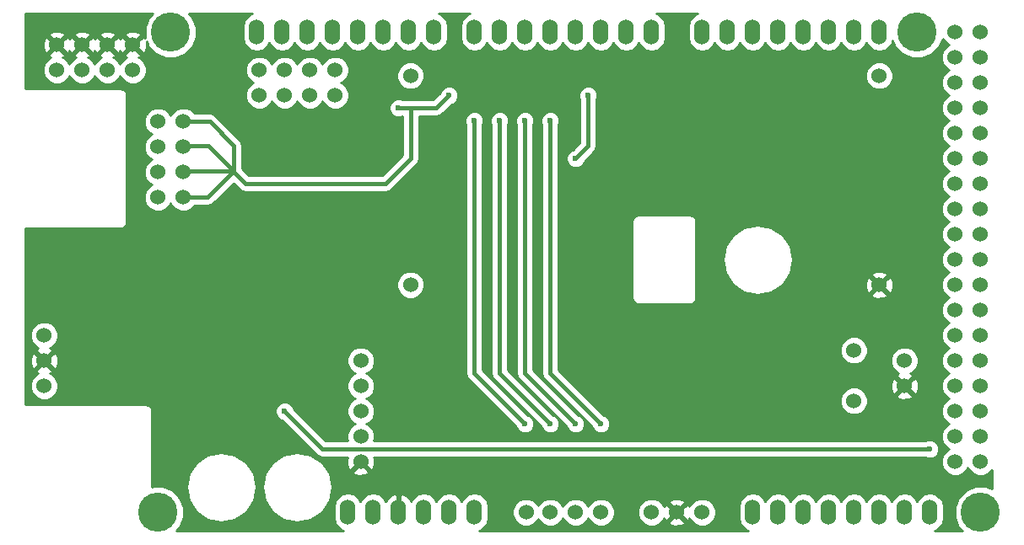
<source format=gtl>
G04 #@! TF.FileFunction,Copper,L1,Top,Signal*
%FSLAX46Y46*%
G04 Gerber Fmt 4.6, Leading zero omitted, Abs format (unit mm)*
G04 Created by KiCad (PCBNEW (after 2015-mar-04 BZR unknown)-product) date 4/2/2015 5:06:05 PM*
%MOMM*%
G01*
G04 APERTURE LIST*
%ADD10C,0.100000*%
%ADD11C,1.524000*%
%ADD12O,1.524000X2.540000*%
%ADD13C,3.937000*%
%ADD14C,0.600000*%
%ADD15C,0.400000*%
%ADD16C,0.254000*%
G04 APERTURE END LIST*
D10*
D11*
X85090000Y-39370000D03*
X85090000Y-36830000D03*
X87630000Y-36830000D03*
X87630000Y-39370000D03*
X82550000Y-39370000D03*
X82550000Y-36830000D03*
X80010000Y-36830000D03*
X80010000Y-39370000D03*
X92710000Y-49630000D03*
X92710000Y-44550000D03*
X92710000Y-47090000D03*
X92710000Y-52170000D03*
X90170000Y-49630000D03*
X90170000Y-52170000D03*
X90170000Y-47090000D03*
X90170000Y-44550000D03*
X127100000Y-83820000D03*
X129540000Y-83820000D03*
X132080000Y-83820000D03*
X134620000Y-83820000D03*
X170180000Y-73660000D03*
X170180000Y-71120000D03*
X170180000Y-68580000D03*
X170180000Y-66040000D03*
X170180000Y-66040000D03*
X170180000Y-68580000D03*
X170180000Y-71120000D03*
X170180000Y-73660000D03*
X160020000Y-72620000D03*
X160020000Y-67540000D03*
X165100000Y-68580000D03*
X165100000Y-71120000D03*
X115500000Y-60960000D03*
X115500000Y-39940000D03*
X162560000Y-39940000D03*
X162560000Y-60960000D03*
X110510000Y-68580000D03*
X110510000Y-71120000D03*
X110510000Y-73660000D03*
X110510000Y-76200000D03*
X110510000Y-78740000D03*
X144780000Y-83820000D03*
X142240000Y-83820000D03*
X139700000Y-83820000D03*
X78740000Y-71120000D03*
X78740000Y-68580000D03*
X78740000Y-66040000D03*
X100330000Y-41910000D03*
X100330000Y-39370000D03*
X105410000Y-39370000D03*
X105410000Y-41910000D03*
X102870000Y-39370000D03*
X102870000Y-41910000D03*
X107950000Y-41910000D03*
X107950000Y-39370000D03*
X172720000Y-78740000D03*
X170180000Y-78740000D03*
X172720000Y-76200000D03*
X170180000Y-76200000D03*
X172720000Y-73660000D03*
X170180000Y-73660000D03*
X172720000Y-71120000D03*
X170180000Y-71120000D03*
X172720000Y-68580000D03*
X170180000Y-68580000D03*
X172720000Y-66040000D03*
X170180000Y-66040000D03*
X172720000Y-63500000D03*
X170180000Y-63500000D03*
X172720000Y-60960000D03*
X170180000Y-60960000D03*
X172720000Y-58420000D03*
X170180000Y-58420000D03*
X172720000Y-55880000D03*
X170180000Y-55880000D03*
D12*
X144780000Y-35560000D03*
X147320000Y-35560000D03*
X149860000Y-35560000D03*
X152400000Y-35560000D03*
X154940000Y-35560000D03*
X157480000Y-35560000D03*
X160020000Y-35560000D03*
X162560000Y-35560000D03*
X167640000Y-83820000D03*
X165100000Y-83820000D03*
X162560000Y-83820000D03*
X160020000Y-83820000D03*
X149860000Y-83820000D03*
X152400000Y-83820000D03*
X154940000Y-83820000D03*
X157480000Y-83820000D03*
X121920000Y-83820000D03*
X119380000Y-83820000D03*
X116840000Y-83820000D03*
X111760000Y-83820000D03*
X109220000Y-83820000D03*
X139700000Y-35560000D03*
X137160000Y-35560000D03*
X134620000Y-35560000D03*
X132080000Y-35560000D03*
X129540000Y-35560000D03*
X127000000Y-35560000D03*
X124460000Y-35560000D03*
X121920000Y-35560000D03*
X117856000Y-35560000D03*
X115316000Y-35560000D03*
X112776000Y-35560000D03*
X110236000Y-35560000D03*
X107696000Y-35560000D03*
X105156000Y-35560000D03*
X102616000Y-35560000D03*
X100076000Y-35560000D03*
X114300000Y-83820000D03*
D13*
X172720000Y-83820000D03*
X166370000Y-35560000D03*
X91440000Y-35560000D03*
X90170000Y-83820000D03*
D11*
X170180000Y-38100000D03*
X172720000Y-38100000D03*
X170180000Y-40640000D03*
X172720000Y-40640000D03*
X170180000Y-43180000D03*
X172720000Y-43180000D03*
X170180000Y-45720000D03*
X172720000Y-45720000D03*
X170180000Y-35560000D03*
X172720000Y-35560000D03*
X172720000Y-48260000D03*
X170180000Y-48260000D03*
X170180000Y-50800000D03*
X172720000Y-50800000D03*
X170180000Y-53340000D03*
X172720000Y-53340000D03*
X170180000Y-55880000D03*
X172720000Y-55880000D03*
X170180000Y-58420000D03*
X172720000Y-58420000D03*
X170180000Y-60960000D03*
X172720000Y-60960000D03*
X170180000Y-63500000D03*
X172720000Y-63500000D03*
X170180000Y-66040000D03*
X172720000Y-66040000D03*
X170180000Y-68580000D03*
X172720000Y-68580000D03*
X170180000Y-71120000D03*
X172720000Y-71120000D03*
X170180000Y-73660000D03*
X172720000Y-73660000D03*
X170180000Y-76200000D03*
X172720000Y-76200000D03*
X170180000Y-78740000D03*
X172720000Y-78740000D03*
D14*
X133350000Y-41910000D03*
X132080000Y-48260000D03*
X114300000Y-43180000D03*
X119380000Y-41910000D03*
X129540000Y-44450000D03*
X134620000Y-74930000D03*
X127000000Y-44450000D03*
X132080000Y-74930000D03*
X124460000Y-44450000D03*
X129540000Y-74930000D03*
X121920000Y-44450000D03*
X127000000Y-74930000D03*
X167640000Y-77470000D03*
X102870000Y-73660000D03*
D15*
X133350000Y-46990000D02*
X133350000Y-41910000D01*
X132080000Y-48260000D02*
X133350000Y-46990000D01*
X97790000Y-49530000D02*
X92810000Y-49530000D01*
X92810000Y-49530000D02*
X92710000Y-49630000D01*
X97790000Y-49530000D02*
X95250000Y-46990000D01*
X95250000Y-46990000D02*
X92810000Y-46990000D01*
X92810000Y-46990000D02*
X92710000Y-47090000D01*
X97790000Y-49530000D02*
X97790000Y-46990000D01*
X95350000Y-44550000D02*
X92710000Y-44550000D01*
X97790000Y-46990000D02*
X95350000Y-44550000D01*
X92760000Y-44500000D02*
X92710000Y-44550000D01*
X92710000Y-52170000D02*
X95150000Y-52170000D01*
X95150000Y-52170000D02*
X97790000Y-49530000D01*
X97790000Y-49530000D02*
X97690000Y-49630000D01*
X97690000Y-49630000D02*
X97790000Y-49630000D01*
X115570000Y-43180000D02*
X115570000Y-48260000D01*
X98960000Y-50800000D02*
X97790000Y-49630000D01*
X113030000Y-50800000D02*
X98960000Y-50800000D01*
X115570000Y-48260000D02*
X113030000Y-50800000D01*
X118110000Y-43180000D02*
X115570000Y-43180000D01*
X115570000Y-43180000D02*
X114300000Y-43180000D01*
X119380000Y-41910000D02*
X118110000Y-43180000D01*
X129540000Y-69850000D02*
X129540000Y-44450000D01*
X134620000Y-74930000D02*
X129540000Y-69850000D01*
X127000000Y-69850000D02*
X127000000Y-44450000D01*
X132080000Y-74930000D02*
X127000000Y-69850000D01*
X124460000Y-69850000D02*
X124460000Y-44450000D01*
X129540000Y-74930000D02*
X124460000Y-69850000D01*
X121920000Y-69850000D02*
X121920000Y-44450000D01*
X127000000Y-74930000D02*
X121920000Y-69850000D01*
X106680000Y-77470000D02*
X167640000Y-77470000D01*
X102870000Y-73660000D02*
X106680000Y-77470000D01*
D16*
G36*
X173863000Y-81475586D02*
X173240140Y-81216953D01*
X172204404Y-81216049D01*
X171247162Y-81611573D01*
X170514147Y-82343310D01*
X170116953Y-83299860D01*
X170116049Y-84335596D01*
X170511573Y-85292838D01*
X170893068Y-85675000D01*
X168078993Y-85675000D01*
X168174609Y-85655981D01*
X168627828Y-85353149D01*
X168930660Y-84899930D01*
X169037000Y-84365321D01*
X169037000Y-83274679D01*
X168930660Y-82740070D01*
X168627828Y-82286851D01*
X168575162Y-82251660D01*
X168575162Y-77284833D01*
X168433117Y-76941057D01*
X168170327Y-76677808D01*
X167826799Y-76535162D01*
X167454833Y-76534838D01*
X167212421Y-76635000D01*
X166509144Y-76635000D01*
X166509144Y-71327698D01*
X166497242Y-71089903D01*
X166497242Y-68303339D01*
X166285010Y-67789697D01*
X165892370Y-67396371D01*
X165379100Y-67183243D01*
X164823339Y-67182758D01*
X164309697Y-67394990D01*
X163969144Y-67734949D01*
X163969144Y-61167698D01*
X163957242Y-60929903D01*
X163957242Y-39663339D01*
X163745010Y-39149697D01*
X163352370Y-38756371D01*
X162839100Y-38543243D01*
X162283339Y-38542758D01*
X161769697Y-38754990D01*
X161376371Y-39147630D01*
X161163243Y-39660900D01*
X161162758Y-40216661D01*
X161374990Y-40730303D01*
X161767630Y-41123629D01*
X162280900Y-41336757D01*
X162836661Y-41337242D01*
X163350303Y-41125010D01*
X163743629Y-40732370D01*
X163956757Y-40219100D01*
X163957242Y-39663339D01*
X163957242Y-60929903D01*
X163941362Y-60612632D01*
X163782397Y-60228857D01*
X163540213Y-60159392D01*
X163360608Y-60338997D01*
X163360608Y-59979787D01*
X163291143Y-59737603D01*
X162767698Y-59550856D01*
X162212632Y-59578638D01*
X161828857Y-59737603D01*
X161759392Y-59979787D01*
X162560000Y-60780395D01*
X163360608Y-59979787D01*
X163360608Y-60338997D01*
X162739605Y-60960000D01*
X163540213Y-61760608D01*
X163782397Y-61691143D01*
X163969144Y-61167698D01*
X163969144Y-67734949D01*
X163916371Y-67787630D01*
X163703243Y-68300900D01*
X163702758Y-68856661D01*
X163914990Y-69370303D01*
X164307630Y-69763629D01*
X164499727Y-69843394D01*
X164368857Y-69897603D01*
X164299392Y-70139787D01*
X165100000Y-70940395D01*
X165900608Y-70139787D01*
X165831143Y-69897603D01*
X165690682Y-69847491D01*
X165890303Y-69765010D01*
X166283629Y-69372370D01*
X166496757Y-68859100D01*
X166497242Y-68303339D01*
X166497242Y-71089903D01*
X166481362Y-70772632D01*
X166322397Y-70388857D01*
X166080213Y-70319392D01*
X165279605Y-71120000D01*
X166080213Y-71920608D01*
X166322397Y-71851143D01*
X166509144Y-71327698D01*
X166509144Y-76635000D01*
X165900608Y-76635000D01*
X165900608Y-72100213D01*
X165100000Y-71299605D01*
X164920395Y-71479210D01*
X164920395Y-71120000D01*
X164119787Y-70319392D01*
X163877603Y-70388857D01*
X163690856Y-70912302D01*
X163718638Y-71467368D01*
X163877603Y-71851143D01*
X164119787Y-71920608D01*
X164920395Y-71120000D01*
X164920395Y-71479210D01*
X164299392Y-72100213D01*
X164368857Y-72342397D01*
X164892302Y-72529144D01*
X165447368Y-72501362D01*
X165831143Y-72342397D01*
X165900608Y-72100213D01*
X165900608Y-76635000D01*
X163360608Y-76635000D01*
X163360608Y-61940213D01*
X162560000Y-61139605D01*
X162380395Y-61319210D01*
X162380395Y-60960000D01*
X161579787Y-60159392D01*
X161337603Y-60228857D01*
X161150856Y-60752302D01*
X161178638Y-61307368D01*
X161337603Y-61691143D01*
X161579787Y-61760608D01*
X162380395Y-60960000D01*
X162380395Y-61319210D01*
X161759392Y-61940213D01*
X161828857Y-62182397D01*
X162352302Y-62369144D01*
X162907368Y-62341362D01*
X163291143Y-62182397D01*
X163360608Y-61940213D01*
X163360608Y-76635000D01*
X161417242Y-76635000D01*
X161417242Y-72343339D01*
X161417242Y-67263339D01*
X161205010Y-66749697D01*
X160812370Y-66356371D01*
X160299100Y-66143243D01*
X159743339Y-66142758D01*
X159229697Y-66354990D01*
X158836371Y-66747630D01*
X158623243Y-67260900D01*
X158622758Y-67816661D01*
X158834990Y-68330303D01*
X159227630Y-68723629D01*
X159740900Y-68936757D01*
X160296661Y-68937242D01*
X160810303Y-68725010D01*
X161203629Y-68332370D01*
X161416757Y-67819100D01*
X161417242Y-67263339D01*
X161417242Y-72343339D01*
X161205010Y-71829697D01*
X160812370Y-71436371D01*
X160299100Y-71223243D01*
X159743339Y-71222758D01*
X159229697Y-71434990D01*
X158836371Y-71827630D01*
X158623243Y-72340900D01*
X158622758Y-72896661D01*
X158834990Y-73410303D01*
X159227630Y-73803629D01*
X159740900Y-74016757D01*
X160296661Y-74017242D01*
X160810303Y-73805010D01*
X161203629Y-73412370D01*
X161416757Y-72899100D01*
X161417242Y-72343339D01*
X161417242Y-76635000D01*
X153884806Y-76635000D01*
X153884806Y-58420000D01*
X153616496Y-57071115D01*
X152852414Y-55927586D01*
X151708885Y-55163504D01*
X150360000Y-54895194D01*
X149011115Y-55163504D01*
X147867586Y-55927586D01*
X147103504Y-57071115D01*
X146835194Y-58420000D01*
X147103504Y-59768885D01*
X147867586Y-60912414D01*
X149011115Y-61676496D01*
X150360000Y-61944806D01*
X151708885Y-61676496D01*
X152852414Y-60912414D01*
X153616496Y-59768885D01*
X153884806Y-58420000D01*
X153884806Y-76635000D01*
X144195000Y-76635000D01*
X144195000Y-62230000D01*
X144195000Y-54610000D01*
X144142857Y-54347862D01*
X143994368Y-54125632D01*
X143772138Y-53977143D01*
X143510000Y-53925000D01*
X138430000Y-53925000D01*
X138167862Y-53977143D01*
X137945632Y-54125632D01*
X137797143Y-54347862D01*
X137745000Y-54610000D01*
X137745000Y-62230000D01*
X137797143Y-62492138D01*
X137945632Y-62714368D01*
X138167862Y-62862857D01*
X138430000Y-62915000D01*
X142240000Y-62915000D01*
X143510000Y-62915000D01*
X143772138Y-62862857D01*
X143994368Y-62714368D01*
X144142857Y-62492138D01*
X144195000Y-62230000D01*
X144195000Y-76635000D01*
X135555162Y-76635000D01*
X135555162Y-74744833D01*
X135413117Y-74401057D01*
X135150327Y-74137808D01*
X134908089Y-74037221D01*
X134285162Y-73414294D01*
X134285162Y-41724833D01*
X134143117Y-41381057D01*
X133880327Y-41117808D01*
X133536799Y-40975162D01*
X133164833Y-40974838D01*
X132821057Y-41116883D01*
X132557808Y-41379673D01*
X132415162Y-41723201D01*
X132414838Y-42095167D01*
X132515000Y-42337578D01*
X132515000Y-46644132D01*
X131791666Y-47367465D01*
X131551057Y-47466883D01*
X131287808Y-47729673D01*
X131145162Y-48073201D01*
X131144838Y-48445167D01*
X131286883Y-48788943D01*
X131549673Y-49052192D01*
X131893201Y-49194838D01*
X132265167Y-49195162D01*
X132608943Y-49053117D01*
X132872192Y-48790327D01*
X132972778Y-48548089D01*
X133940434Y-47580434D01*
X134121439Y-47309541D01*
X134121439Y-47309540D01*
X134185000Y-46990000D01*
X134185000Y-42337234D01*
X134284838Y-42096799D01*
X134285162Y-41724833D01*
X134285162Y-73414294D01*
X130375000Y-69504132D01*
X130375000Y-44877234D01*
X130474838Y-44636799D01*
X130475162Y-44264833D01*
X130333117Y-43921057D01*
X130070327Y-43657808D01*
X129726799Y-43515162D01*
X129354833Y-43514838D01*
X129011057Y-43656883D01*
X128747808Y-43919673D01*
X128605162Y-44263201D01*
X128604838Y-44635167D01*
X128705000Y-44877578D01*
X128705000Y-69850000D01*
X128768561Y-70169541D01*
X128949566Y-70440434D01*
X133727465Y-75218333D01*
X133826883Y-75458943D01*
X134089673Y-75722192D01*
X134433201Y-75864838D01*
X134805167Y-75865162D01*
X135148943Y-75723117D01*
X135412192Y-75460327D01*
X135554838Y-75116799D01*
X135555162Y-74744833D01*
X135555162Y-76635000D01*
X133015162Y-76635000D01*
X133015162Y-74744833D01*
X132873117Y-74401057D01*
X132610327Y-74137808D01*
X132368089Y-74037221D01*
X127835000Y-69504132D01*
X127835000Y-44877234D01*
X127934838Y-44636799D01*
X127935162Y-44264833D01*
X127793117Y-43921057D01*
X127530327Y-43657808D01*
X127186799Y-43515162D01*
X126814833Y-43514838D01*
X126471057Y-43656883D01*
X126207808Y-43919673D01*
X126065162Y-44263201D01*
X126064838Y-44635167D01*
X126165000Y-44877578D01*
X126165000Y-69850000D01*
X126228561Y-70169541D01*
X126409566Y-70440434D01*
X131187465Y-75218333D01*
X131286883Y-75458943D01*
X131549673Y-75722192D01*
X131893201Y-75864838D01*
X132265167Y-75865162D01*
X132608943Y-75723117D01*
X132872192Y-75460327D01*
X133014838Y-75116799D01*
X133015162Y-74744833D01*
X133015162Y-76635000D01*
X130475162Y-76635000D01*
X130475162Y-74744833D01*
X130333117Y-74401057D01*
X130070327Y-74137808D01*
X129828089Y-74037221D01*
X125295000Y-69504132D01*
X125295000Y-44877234D01*
X125394838Y-44636799D01*
X125395162Y-44264833D01*
X125253117Y-43921057D01*
X124990327Y-43657808D01*
X124646799Y-43515162D01*
X124274833Y-43514838D01*
X123931057Y-43656883D01*
X123667808Y-43919673D01*
X123525162Y-44263201D01*
X123524838Y-44635167D01*
X123625000Y-44877578D01*
X123625000Y-69850000D01*
X123688561Y-70169541D01*
X123869566Y-70440434D01*
X128647465Y-75218333D01*
X128746883Y-75458943D01*
X129009673Y-75722192D01*
X129353201Y-75864838D01*
X129725167Y-75865162D01*
X130068943Y-75723117D01*
X130332192Y-75460327D01*
X130474838Y-75116799D01*
X130475162Y-74744833D01*
X130475162Y-76635000D01*
X127935162Y-76635000D01*
X127935162Y-74744833D01*
X127793117Y-74401057D01*
X127530327Y-74137808D01*
X127288089Y-74037221D01*
X122755000Y-69504132D01*
X122755000Y-44877234D01*
X122854838Y-44636799D01*
X122855162Y-44264833D01*
X122713117Y-43921057D01*
X122450327Y-43657808D01*
X122106799Y-43515162D01*
X121734833Y-43514838D01*
X121391057Y-43656883D01*
X121127808Y-43919673D01*
X120985162Y-44263201D01*
X120984838Y-44635167D01*
X121085000Y-44877578D01*
X121085000Y-69850000D01*
X121148561Y-70169541D01*
X121329566Y-70440434D01*
X126107465Y-75218333D01*
X126206883Y-75458943D01*
X126469673Y-75722192D01*
X126813201Y-75864838D01*
X127185167Y-75865162D01*
X127528943Y-75723117D01*
X127792192Y-75460327D01*
X127934838Y-75116799D01*
X127935162Y-74744833D01*
X127935162Y-76635000D01*
X120315162Y-76635000D01*
X120315162Y-41724833D01*
X120173117Y-41381057D01*
X119910327Y-41117808D01*
X119566799Y-40975162D01*
X119194833Y-40974838D01*
X118851057Y-41116883D01*
X118587808Y-41379673D01*
X118487221Y-41621910D01*
X117764132Y-42345000D01*
X116897242Y-42345000D01*
X116897242Y-39663339D01*
X116685010Y-39149697D01*
X116292370Y-38756371D01*
X115779100Y-38543243D01*
X115223339Y-38542758D01*
X114709697Y-38754990D01*
X114316371Y-39147630D01*
X114103243Y-39660900D01*
X114102758Y-40216661D01*
X114314990Y-40730303D01*
X114707630Y-41123629D01*
X115220900Y-41336757D01*
X115776661Y-41337242D01*
X116290303Y-41125010D01*
X116683629Y-40732370D01*
X116896757Y-40219100D01*
X116897242Y-39663339D01*
X116897242Y-42345000D01*
X115570000Y-42345000D01*
X114727234Y-42345000D01*
X114486799Y-42245162D01*
X114114833Y-42244838D01*
X113771057Y-42386883D01*
X113507808Y-42649673D01*
X113365162Y-42993201D01*
X113364838Y-43365167D01*
X113506883Y-43708943D01*
X113769673Y-43972192D01*
X114113201Y-44114838D01*
X114485167Y-44115162D01*
X114727578Y-44015000D01*
X114735000Y-44015000D01*
X114735000Y-47914132D01*
X112684132Y-49965000D01*
X109347242Y-49965000D01*
X109347242Y-41633339D01*
X109135010Y-41119697D01*
X108742370Y-40726371D01*
X108534487Y-40640050D01*
X108740303Y-40555010D01*
X109133629Y-40162370D01*
X109346757Y-39649100D01*
X109347242Y-39093339D01*
X109135010Y-38579697D01*
X108742370Y-38186371D01*
X108229100Y-37973243D01*
X107673339Y-37972758D01*
X107159697Y-38184990D01*
X106766371Y-38577630D01*
X106680050Y-38785512D01*
X106595010Y-38579697D01*
X106202370Y-38186371D01*
X105689100Y-37973243D01*
X105133339Y-37972758D01*
X104619697Y-38184990D01*
X104226371Y-38577630D01*
X104140050Y-38785512D01*
X104055010Y-38579697D01*
X103662370Y-38186371D01*
X103149100Y-37973243D01*
X102593339Y-37972758D01*
X102079697Y-38184990D01*
X101686371Y-38577630D01*
X101600050Y-38785512D01*
X101515010Y-38579697D01*
X101122370Y-38186371D01*
X100609100Y-37973243D01*
X100053339Y-37972758D01*
X99539697Y-38184990D01*
X99146371Y-38577630D01*
X98933243Y-39090900D01*
X98932758Y-39646661D01*
X99144990Y-40160303D01*
X99537630Y-40553629D01*
X99745512Y-40639949D01*
X99539697Y-40724990D01*
X99146371Y-41117630D01*
X98933243Y-41630900D01*
X98932758Y-42186661D01*
X99144990Y-42700303D01*
X99537630Y-43093629D01*
X100050900Y-43306757D01*
X100606661Y-43307242D01*
X101120303Y-43095010D01*
X101513629Y-42702370D01*
X101599949Y-42494487D01*
X101684990Y-42700303D01*
X102077630Y-43093629D01*
X102590900Y-43306757D01*
X103146661Y-43307242D01*
X103660303Y-43095010D01*
X104053629Y-42702370D01*
X104139949Y-42494487D01*
X104224990Y-42700303D01*
X104617630Y-43093629D01*
X105130900Y-43306757D01*
X105686661Y-43307242D01*
X106200303Y-43095010D01*
X106593629Y-42702370D01*
X106679949Y-42494487D01*
X106764990Y-42700303D01*
X107157630Y-43093629D01*
X107670900Y-43306757D01*
X108226661Y-43307242D01*
X108740303Y-43095010D01*
X109133629Y-42702370D01*
X109346757Y-42189100D01*
X109347242Y-41633339D01*
X109347242Y-49965000D01*
X99305868Y-49965000D01*
X98625000Y-49284132D01*
X98625000Y-46990000D01*
X98561439Y-46670460D01*
X98561439Y-46670459D01*
X98380434Y-46399566D01*
X95940434Y-43959566D01*
X95669541Y-43778561D01*
X95350000Y-43715000D01*
X93850390Y-43715000D01*
X93502370Y-43366371D01*
X92989100Y-43153243D01*
X92433339Y-43152758D01*
X91919697Y-43364990D01*
X91526371Y-43757630D01*
X91440050Y-43965512D01*
X91355010Y-43759697D01*
X90962370Y-43366371D01*
X90449100Y-43153243D01*
X89893339Y-43152758D01*
X89379697Y-43364990D01*
X89027242Y-43716830D01*
X89027242Y-39093339D01*
X88815010Y-38579697D01*
X88422370Y-38186371D01*
X88230272Y-38106605D01*
X88361143Y-38052397D01*
X88430608Y-37810213D01*
X87630000Y-37009605D01*
X87450395Y-37189210D01*
X87450395Y-36830000D01*
X86649787Y-36029392D01*
X86407603Y-36098857D01*
X86363547Y-36222344D01*
X86312397Y-36098857D01*
X86070213Y-36029392D01*
X85890608Y-36208997D01*
X85890608Y-35849787D01*
X85821143Y-35607603D01*
X85297698Y-35420856D01*
X84742632Y-35448638D01*
X84358857Y-35607603D01*
X84289392Y-35849787D01*
X85090000Y-36650395D01*
X85890608Y-35849787D01*
X85890608Y-36208997D01*
X85269605Y-36830000D01*
X86070213Y-37630608D01*
X86312397Y-37561143D01*
X86356452Y-37437655D01*
X86407603Y-37561143D01*
X86649787Y-37630608D01*
X87450395Y-36830000D01*
X87450395Y-37189210D01*
X86829392Y-37810213D01*
X86898857Y-38052397D01*
X87039317Y-38102508D01*
X86839697Y-38184990D01*
X86446371Y-38577630D01*
X86360050Y-38785512D01*
X86275010Y-38579697D01*
X85882370Y-38186371D01*
X85690272Y-38106605D01*
X85821143Y-38052397D01*
X85890608Y-37810213D01*
X85090000Y-37009605D01*
X84910395Y-37189210D01*
X84910395Y-36830000D01*
X84109787Y-36029392D01*
X83867603Y-36098857D01*
X83823547Y-36222344D01*
X83772397Y-36098857D01*
X83530213Y-36029392D01*
X83350608Y-36208997D01*
X83350608Y-35849787D01*
X83281143Y-35607603D01*
X82757698Y-35420856D01*
X82202632Y-35448638D01*
X81818857Y-35607603D01*
X81749392Y-35849787D01*
X82550000Y-36650395D01*
X83350608Y-35849787D01*
X83350608Y-36208997D01*
X82729605Y-36830000D01*
X83530213Y-37630608D01*
X83772397Y-37561143D01*
X83816452Y-37437655D01*
X83867603Y-37561143D01*
X84109787Y-37630608D01*
X84910395Y-36830000D01*
X84910395Y-37189210D01*
X84289392Y-37810213D01*
X84358857Y-38052397D01*
X84499317Y-38102508D01*
X84299697Y-38184990D01*
X83906371Y-38577630D01*
X83820050Y-38785512D01*
X83735010Y-38579697D01*
X83342370Y-38186371D01*
X83150272Y-38106605D01*
X83281143Y-38052397D01*
X83350608Y-37810213D01*
X82550000Y-37009605D01*
X82370395Y-37189210D01*
X82370395Y-36830000D01*
X81569787Y-36029392D01*
X81327603Y-36098857D01*
X81283547Y-36222344D01*
X81232397Y-36098857D01*
X80990213Y-36029392D01*
X80810608Y-36208997D01*
X80810608Y-35849787D01*
X80741143Y-35607603D01*
X80217698Y-35420856D01*
X79662632Y-35448638D01*
X79278857Y-35607603D01*
X79209392Y-35849787D01*
X80010000Y-36650395D01*
X80810608Y-35849787D01*
X80810608Y-36208997D01*
X80189605Y-36830000D01*
X80990213Y-37630608D01*
X81232397Y-37561143D01*
X81276452Y-37437655D01*
X81327603Y-37561143D01*
X81569787Y-37630608D01*
X82370395Y-36830000D01*
X82370395Y-37189210D01*
X81749392Y-37810213D01*
X81818857Y-38052397D01*
X81959317Y-38102508D01*
X81759697Y-38184990D01*
X81366371Y-38577630D01*
X81280050Y-38785512D01*
X81195010Y-38579697D01*
X80802370Y-38186371D01*
X80610272Y-38106605D01*
X80741143Y-38052397D01*
X80810608Y-37810213D01*
X80010000Y-37009605D01*
X79830395Y-37189210D01*
X79830395Y-36830000D01*
X79029787Y-36029392D01*
X78787603Y-36098857D01*
X78600856Y-36622302D01*
X78628638Y-37177368D01*
X78787603Y-37561143D01*
X79029787Y-37630608D01*
X79830395Y-36830000D01*
X79830395Y-37189210D01*
X79209392Y-37810213D01*
X79278857Y-38052397D01*
X79419317Y-38102508D01*
X79219697Y-38184990D01*
X78826371Y-38577630D01*
X78613243Y-39090900D01*
X78612758Y-39646661D01*
X78824990Y-40160303D01*
X79217630Y-40553629D01*
X79730900Y-40766757D01*
X80286661Y-40767242D01*
X80800303Y-40555010D01*
X81193629Y-40162370D01*
X81279949Y-39954487D01*
X81364990Y-40160303D01*
X81757630Y-40553629D01*
X82270900Y-40766757D01*
X82826661Y-40767242D01*
X83340303Y-40555010D01*
X83733629Y-40162370D01*
X83819949Y-39954487D01*
X83904990Y-40160303D01*
X84297630Y-40553629D01*
X84810900Y-40766757D01*
X85366661Y-40767242D01*
X85880303Y-40555010D01*
X86273629Y-40162370D01*
X86359949Y-39954487D01*
X86444990Y-40160303D01*
X86837630Y-40553629D01*
X87350900Y-40766757D01*
X87906661Y-40767242D01*
X88420303Y-40555010D01*
X88813629Y-40162370D01*
X89026757Y-39649100D01*
X89027242Y-39093339D01*
X89027242Y-43716830D01*
X88986371Y-43757630D01*
X88773243Y-44270900D01*
X88772758Y-44826661D01*
X88984990Y-45340303D01*
X89377630Y-45733629D01*
X89585512Y-45819949D01*
X89379697Y-45904990D01*
X88986371Y-46297630D01*
X88773243Y-46810900D01*
X88772758Y-47366661D01*
X88984990Y-47880303D01*
X89377630Y-48273629D01*
X89585512Y-48359949D01*
X89379697Y-48444990D01*
X88986371Y-48837630D01*
X88773243Y-49350900D01*
X88772758Y-49906661D01*
X88984990Y-50420303D01*
X89377630Y-50813629D01*
X89585512Y-50899949D01*
X89379697Y-50984990D01*
X88986371Y-51377630D01*
X88773243Y-51890900D01*
X88772758Y-52446661D01*
X88984990Y-52960303D01*
X89377630Y-53353629D01*
X89890900Y-53566757D01*
X90446661Y-53567242D01*
X90960303Y-53355010D01*
X91353629Y-52962370D01*
X91439949Y-52754487D01*
X91524990Y-52960303D01*
X91917630Y-53353629D01*
X92430900Y-53566757D01*
X92986661Y-53567242D01*
X93500303Y-53355010D01*
X93850924Y-53005000D01*
X95150000Y-53005000D01*
X95469540Y-52941439D01*
X95469541Y-52941439D01*
X95740434Y-52760434D01*
X97740000Y-50760868D01*
X98369566Y-51390434D01*
X98640459Y-51571439D01*
X98640460Y-51571439D01*
X98960000Y-51635000D01*
X113030000Y-51635000D01*
X113349540Y-51571439D01*
X113349541Y-51571439D01*
X113620434Y-51390434D01*
X116160434Y-48850434D01*
X116341439Y-48579541D01*
X116341439Y-48579540D01*
X116404999Y-48260000D01*
X116405000Y-48260000D01*
X116405000Y-44015000D01*
X118110000Y-44015000D01*
X118429540Y-43951439D01*
X118429541Y-43951439D01*
X118700434Y-43770434D01*
X119668333Y-42802534D01*
X119908943Y-42703117D01*
X120172192Y-42440327D01*
X120314838Y-42096799D01*
X120315162Y-41724833D01*
X120315162Y-76635000D01*
X116897242Y-76635000D01*
X116897242Y-60683339D01*
X116685010Y-60169697D01*
X116292370Y-59776371D01*
X115779100Y-59563243D01*
X115223339Y-59562758D01*
X114709697Y-59774990D01*
X114316371Y-60167630D01*
X114103243Y-60680900D01*
X114102758Y-61236661D01*
X114314990Y-61750303D01*
X114707630Y-62143629D01*
X115220900Y-62356757D01*
X115776661Y-62357242D01*
X116290303Y-62145010D01*
X116683629Y-61752370D01*
X116896757Y-61239100D01*
X116897242Y-60683339D01*
X116897242Y-76635000D01*
X111842021Y-76635000D01*
X111906757Y-76479100D01*
X111907242Y-75923339D01*
X111695010Y-75409697D01*
X111302370Y-75016371D01*
X111094487Y-74930050D01*
X111300303Y-74845010D01*
X111693629Y-74452370D01*
X111906757Y-73939100D01*
X111907242Y-73383339D01*
X111695010Y-72869697D01*
X111302370Y-72476371D01*
X111094487Y-72390050D01*
X111300303Y-72305010D01*
X111693629Y-71912370D01*
X111906757Y-71399100D01*
X111907242Y-70843339D01*
X111695010Y-70329697D01*
X111302370Y-69936371D01*
X111094487Y-69850050D01*
X111300303Y-69765010D01*
X111693629Y-69372370D01*
X111906757Y-68859100D01*
X111907242Y-68303339D01*
X111695010Y-67789697D01*
X111302370Y-67396371D01*
X110789100Y-67183243D01*
X110233339Y-67182758D01*
X109719697Y-67394990D01*
X109326371Y-67787630D01*
X109113243Y-68300900D01*
X109112758Y-68856661D01*
X109324990Y-69370303D01*
X109717630Y-69763629D01*
X109925512Y-69849949D01*
X109719697Y-69934990D01*
X109326371Y-70327630D01*
X109113243Y-70840900D01*
X109112758Y-71396661D01*
X109324990Y-71910303D01*
X109717630Y-72303629D01*
X109925512Y-72389949D01*
X109719697Y-72474990D01*
X109326371Y-72867630D01*
X109113243Y-73380900D01*
X109112758Y-73936661D01*
X109324990Y-74450303D01*
X109717630Y-74843629D01*
X109925512Y-74929949D01*
X109719697Y-75014990D01*
X109326371Y-75407630D01*
X109113243Y-75920900D01*
X109112758Y-76476661D01*
X109178182Y-76635000D01*
X107025868Y-76635000D01*
X103762534Y-73371666D01*
X103663117Y-73131057D01*
X103400327Y-72867808D01*
X103056799Y-72725162D01*
X102684833Y-72724838D01*
X102341057Y-72866883D01*
X102077808Y-73129673D01*
X101935162Y-73473201D01*
X101934838Y-73845167D01*
X102076883Y-74188943D01*
X102339673Y-74452192D01*
X102581910Y-74552778D01*
X106089566Y-78060434D01*
X106360459Y-78241439D01*
X106360460Y-78241440D01*
X106680000Y-78305000D01*
X109181949Y-78305000D01*
X109100856Y-78532302D01*
X109128638Y-79087368D01*
X109287603Y-79471143D01*
X109529787Y-79540608D01*
X110330395Y-78740000D01*
X110316252Y-78725857D01*
X110495857Y-78546252D01*
X110510000Y-78560395D01*
X110524142Y-78546252D01*
X110703747Y-78725857D01*
X110689605Y-78740000D01*
X111490213Y-79540608D01*
X111732397Y-79471143D01*
X111919144Y-78947698D01*
X111891362Y-78392632D01*
X111855063Y-78305000D01*
X167212765Y-78305000D01*
X167453201Y-78404838D01*
X167825167Y-78405162D01*
X168168943Y-78263117D01*
X168432192Y-78000327D01*
X168574838Y-77656799D01*
X168575162Y-77284833D01*
X168575162Y-82251660D01*
X168174609Y-81984019D01*
X167640000Y-81877679D01*
X167105391Y-81984019D01*
X166652172Y-82286851D01*
X166370000Y-82709150D01*
X166087828Y-82286851D01*
X165634609Y-81984019D01*
X165100000Y-81877679D01*
X164565391Y-81984019D01*
X164112172Y-82286851D01*
X163830000Y-82709150D01*
X163547828Y-82286851D01*
X163094609Y-81984019D01*
X162560000Y-81877679D01*
X162025391Y-81984019D01*
X161572172Y-82286851D01*
X161290000Y-82709150D01*
X161007828Y-82286851D01*
X160554609Y-81984019D01*
X160020000Y-81877679D01*
X159485391Y-81984019D01*
X159032172Y-82286851D01*
X158750000Y-82709150D01*
X158467828Y-82286851D01*
X158014609Y-81984019D01*
X157480000Y-81877679D01*
X156945391Y-81984019D01*
X156492172Y-82286851D01*
X156210000Y-82709150D01*
X155927828Y-82286851D01*
X155474609Y-81984019D01*
X154940000Y-81877679D01*
X154405391Y-81984019D01*
X153952172Y-82286851D01*
X153670000Y-82709150D01*
X153387828Y-82286851D01*
X152934609Y-81984019D01*
X152400000Y-81877679D01*
X151865391Y-81984019D01*
X151412172Y-82286851D01*
X151130000Y-82709150D01*
X150847828Y-82286851D01*
X150394609Y-81984019D01*
X149860000Y-81877679D01*
X149325391Y-81984019D01*
X148872172Y-82286851D01*
X148569340Y-82740070D01*
X148463000Y-83274679D01*
X148463000Y-84365321D01*
X148569340Y-84899930D01*
X148872172Y-85353149D01*
X149325391Y-85655981D01*
X149421006Y-85675000D01*
X146177242Y-85675000D01*
X146177242Y-83543339D01*
X145965010Y-83029697D01*
X145572370Y-82636371D01*
X145059100Y-82423243D01*
X144503339Y-82422758D01*
X143989697Y-82634990D01*
X143596371Y-83027630D01*
X143516605Y-83219727D01*
X143462397Y-83088857D01*
X143220213Y-83019392D01*
X143040608Y-83198997D01*
X143040608Y-82839787D01*
X142971143Y-82597603D01*
X142447698Y-82410856D01*
X141892632Y-82438638D01*
X141508857Y-82597603D01*
X141439392Y-82839787D01*
X142240000Y-83640395D01*
X143040608Y-82839787D01*
X143040608Y-83198997D01*
X142419605Y-83820000D01*
X143220213Y-84620608D01*
X143462397Y-84551143D01*
X143512508Y-84410682D01*
X143594990Y-84610303D01*
X143987630Y-85003629D01*
X144500900Y-85216757D01*
X145056661Y-85217242D01*
X145570303Y-85005010D01*
X145963629Y-84612370D01*
X146176757Y-84099100D01*
X146177242Y-83543339D01*
X146177242Y-85675000D01*
X143040608Y-85675000D01*
X143040608Y-84800213D01*
X142240000Y-83999605D01*
X142060395Y-84179210D01*
X142060395Y-83820000D01*
X141259787Y-83019392D01*
X141017603Y-83088857D01*
X140967491Y-83229317D01*
X140885010Y-83029697D01*
X140492370Y-82636371D01*
X139979100Y-82423243D01*
X139423339Y-82422758D01*
X138909697Y-82634990D01*
X138516371Y-83027630D01*
X138303243Y-83540900D01*
X138302758Y-84096661D01*
X138514990Y-84610303D01*
X138907630Y-85003629D01*
X139420900Y-85216757D01*
X139976661Y-85217242D01*
X140490303Y-85005010D01*
X140883629Y-84612370D01*
X140963394Y-84420272D01*
X141017603Y-84551143D01*
X141259787Y-84620608D01*
X142060395Y-83820000D01*
X142060395Y-84179210D01*
X141439392Y-84800213D01*
X141508857Y-85042397D01*
X142032302Y-85229144D01*
X142587368Y-85201362D01*
X142971143Y-85042397D01*
X143040608Y-84800213D01*
X143040608Y-85675000D01*
X136017242Y-85675000D01*
X136017242Y-83543339D01*
X135805010Y-83029697D01*
X135412370Y-82636371D01*
X134899100Y-82423243D01*
X134343339Y-82422758D01*
X133829697Y-82634990D01*
X133436371Y-83027630D01*
X133350050Y-83235512D01*
X133265010Y-83029697D01*
X132872370Y-82636371D01*
X132359100Y-82423243D01*
X131803339Y-82422758D01*
X131289697Y-82634990D01*
X130896371Y-83027630D01*
X130810050Y-83235512D01*
X130725010Y-83029697D01*
X130332370Y-82636371D01*
X129819100Y-82423243D01*
X129263339Y-82422758D01*
X128749697Y-82634990D01*
X128356371Y-83027630D01*
X128320174Y-83114801D01*
X128285010Y-83029697D01*
X127892370Y-82636371D01*
X127379100Y-82423243D01*
X126823339Y-82422758D01*
X126309697Y-82634990D01*
X125916371Y-83027630D01*
X125703243Y-83540900D01*
X125702758Y-84096661D01*
X125914990Y-84610303D01*
X126307630Y-85003629D01*
X126820900Y-85216757D01*
X127376661Y-85217242D01*
X127890303Y-85005010D01*
X128283629Y-84612370D01*
X128319825Y-84525198D01*
X128354990Y-84610303D01*
X128747630Y-85003629D01*
X129260900Y-85216757D01*
X129816661Y-85217242D01*
X130330303Y-85005010D01*
X130723629Y-84612370D01*
X130809949Y-84404487D01*
X130894990Y-84610303D01*
X131287630Y-85003629D01*
X131800900Y-85216757D01*
X132356661Y-85217242D01*
X132870303Y-85005010D01*
X133263629Y-84612370D01*
X133349949Y-84404487D01*
X133434990Y-84610303D01*
X133827630Y-85003629D01*
X134340900Y-85216757D01*
X134896661Y-85217242D01*
X135410303Y-85005010D01*
X135803629Y-84612370D01*
X136016757Y-84099100D01*
X136017242Y-83543339D01*
X136017242Y-85675000D01*
X122358993Y-85675000D01*
X122454609Y-85655981D01*
X122907828Y-85353149D01*
X123210660Y-84899930D01*
X123317000Y-84365321D01*
X123317000Y-83274679D01*
X123210660Y-82740070D01*
X122907828Y-82286851D01*
X122454609Y-81984019D01*
X121920000Y-81877679D01*
X121385391Y-81984019D01*
X120932172Y-82286851D01*
X120650000Y-82709150D01*
X120367828Y-82286851D01*
X119914609Y-81984019D01*
X119380000Y-81877679D01*
X118845391Y-81984019D01*
X118392172Y-82286851D01*
X118110000Y-82709150D01*
X117827828Y-82286851D01*
X117374609Y-81984019D01*
X116840000Y-81877679D01*
X116305391Y-81984019D01*
X115852172Y-82286851D01*
X115560670Y-82723113D01*
X115542059Y-82660059D01*
X115198026Y-82234370D01*
X114717277Y-81972740D01*
X114643070Y-81957780D01*
X114427000Y-82080280D01*
X114427000Y-83693000D01*
X114447000Y-83693000D01*
X114447000Y-83947000D01*
X114427000Y-83947000D01*
X114427000Y-83967000D01*
X114173000Y-83967000D01*
X114173000Y-83947000D01*
X114153000Y-83947000D01*
X114153000Y-83693000D01*
X114173000Y-83693000D01*
X114173000Y-82080280D01*
X113956930Y-81957780D01*
X113882723Y-81972740D01*
X113401974Y-82234370D01*
X113057941Y-82660059D01*
X113039329Y-82723113D01*
X112747828Y-82286851D01*
X112294609Y-81984019D01*
X111760000Y-81877679D01*
X111310608Y-81967068D01*
X111310608Y-79720213D01*
X110510000Y-78919605D01*
X109709392Y-79720213D01*
X109778857Y-79962397D01*
X110302302Y-80149144D01*
X110857368Y-80121362D01*
X111241143Y-79962397D01*
X111310608Y-79720213D01*
X111310608Y-81967068D01*
X111225391Y-81984019D01*
X110772172Y-82286851D01*
X110490000Y-82709150D01*
X110207828Y-82286851D01*
X109754609Y-81984019D01*
X109220000Y-81877679D01*
X108685391Y-81984019D01*
X108232172Y-82286851D01*
X107929340Y-82740070D01*
X107823000Y-83274679D01*
X107823000Y-84365321D01*
X107929340Y-84899930D01*
X108232172Y-85353149D01*
X108685391Y-85655981D01*
X108781006Y-85675000D01*
X107664806Y-85675000D01*
X107664806Y-81280000D01*
X107396496Y-79931115D01*
X106632414Y-78787586D01*
X105488885Y-78023504D01*
X104140000Y-77755194D01*
X102791115Y-78023504D01*
X101647586Y-78787586D01*
X100883504Y-79931115D01*
X100615194Y-81280000D01*
X100883504Y-82628885D01*
X101647586Y-83772414D01*
X102791115Y-84536496D01*
X104140000Y-84804806D01*
X105488885Y-84536496D01*
X106632414Y-83772414D01*
X107396496Y-82628885D01*
X107664806Y-81280000D01*
X107664806Y-85675000D01*
X100044806Y-85675000D01*
X100044806Y-81280000D01*
X99776496Y-79931115D01*
X99012414Y-78787586D01*
X97868885Y-78023504D01*
X96520000Y-77755194D01*
X95171115Y-78023504D01*
X94027586Y-78787586D01*
X93263504Y-79931115D01*
X92995194Y-81280000D01*
X93263504Y-82628885D01*
X94027586Y-83772414D01*
X95171115Y-84536496D01*
X96520000Y-84804806D01*
X97868885Y-84536496D01*
X99012414Y-83772414D01*
X99776496Y-82628885D01*
X100044806Y-81280000D01*
X100044806Y-85675000D01*
X91996882Y-85675000D01*
X92375853Y-85296690D01*
X92773047Y-84340140D01*
X92773951Y-83304404D01*
X92378427Y-82347162D01*
X91646690Y-81614147D01*
X90690140Y-81216953D01*
X89654404Y-81216049D01*
X89585000Y-81244726D01*
X89585000Y-73660000D01*
X89532857Y-73397862D01*
X89384368Y-73175632D01*
X89162138Y-73027143D01*
X88900000Y-72975000D01*
X80149144Y-72975000D01*
X80149144Y-68787698D01*
X80137242Y-68549903D01*
X80137242Y-65763339D01*
X79925010Y-65249697D01*
X79532370Y-64856371D01*
X79019100Y-64643243D01*
X78463339Y-64642758D01*
X77949697Y-64854990D01*
X77556371Y-65247630D01*
X77343243Y-65760900D01*
X77342758Y-66316661D01*
X77554990Y-66830303D01*
X77947630Y-67223629D01*
X78139727Y-67303394D01*
X78008857Y-67357603D01*
X77939392Y-67599787D01*
X78740000Y-68400395D01*
X79540608Y-67599787D01*
X79471143Y-67357603D01*
X79330682Y-67307491D01*
X79530303Y-67225010D01*
X79923629Y-66832370D01*
X80136757Y-66319100D01*
X80137242Y-65763339D01*
X80137242Y-68549903D01*
X80121362Y-68232632D01*
X79962397Y-67848857D01*
X79720213Y-67779392D01*
X78919605Y-68580000D01*
X79720213Y-69380608D01*
X79962397Y-69311143D01*
X80149144Y-68787698D01*
X80149144Y-72975000D01*
X80137242Y-72975000D01*
X80137242Y-70843339D01*
X79925010Y-70329697D01*
X79532370Y-69936371D01*
X79340272Y-69856605D01*
X79471143Y-69802397D01*
X79540608Y-69560213D01*
X78740000Y-68759605D01*
X78560395Y-68939210D01*
X78560395Y-68580000D01*
X77759787Y-67779392D01*
X77517603Y-67848857D01*
X77330856Y-68372302D01*
X77358638Y-68927368D01*
X77517603Y-69311143D01*
X77759787Y-69380608D01*
X78560395Y-68580000D01*
X78560395Y-68939210D01*
X77939392Y-69560213D01*
X78008857Y-69802397D01*
X78149317Y-69852508D01*
X77949697Y-69934990D01*
X77556371Y-70327630D01*
X77343243Y-70840900D01*
X77342758Y-71396661D01*
X77554990Y-71910303D01*
X77947630Y-72303629D01*
X78460900Y-72516757D01*
X79016661Y-72517242D01*
X79530303Y-72305010D01*
X79923629Y-71912370D01*
X80136757Y-71399100D01*
X80137242Y-70843339D01*
X80137242Y-72975000D01*
X76885000Y-72975000D01*
X76885000Y-55295000D01*
X86360000Y-55295000D01*
X86622138Y-55242857D01*
X86844368Y-55094368D01*
X86992857Y-54872138D01*
X87045000Y-54610000D01*
X87045000Y-41910000D01*
X86992857Y-41647862D01*
X86844368Y-41425632D01*
X86622138Y-41277143D01*
X86360000Y-41225000D01*
X76885000Y-41225000D01*
X76885000Y-33705000D01*
X89613117Y-33705000D01*
X89234147Y-34083310D01*
X88836953Y-35039860D01*
X88836049Y-36075596D01*
X88844754Y-36096664D01*
X88610213Y-36029392D01*
X88430608Y-36208997D01*
X88430608Y-35849787D01*
X88361143Y-35607603D01*
X87837698Y-35420856D01*
X87282632Y-35448638D01*
X86898857Y-35607603D01*
X86829392Y-35849787D01*
X87630000Y-36650395D01*
X88430608Y-35849787D01*
X88430608Y-36208997D01*
X87809605Y-36830000D01*
X88610213Y-37630608D01*
X88852397Y-37561143D01*
X89039144Y-37037698D01*
X89012344Y-36502264D01*
X89231573Y-37032838D01*
X89963310Y-37765853D01*
X90919860Y-38163047D01*
X91955596Y-38163951D01*
X92912838Y-37768427D01*
X93645853Y-37036690D01*
X94043047Y-36080140D01*
X94043951Y-35044404D01*
X93648427Y-34087162D01*
X93266931Y-33705000D01*
X99637006Y-33705000D01*
X99541391Y-33724019D01*
X99088172Y-34026851D01*
X98785340Y-34480070D01*
X98679000Y-35014679D01*
X98679000Y-36105321D01*
X98785340Y-36639930D01*
X99088172Y-37093149D01*
X99541391Y-37395981D01*
X100076000Y-37502321D01*
X100610609Y-37395981D01*
X101063828Y-37093149D01*
X101346000Y-36670849D01*
X101628172Y-37093149D01*
X102081391Y-37395981D01*
X102616000Y-37502321D01*
X103150609Y-37395981D01*
X103603828Y-37093149D01*
X103886000Y-36670849D01*
X104168172Y-37093149D01*
X104621391Y-37395981D01*
X105156000Y-37502321D01*
X105690609Y-37395981D01*
X106143828Y-37093149D01*
X106426000Y-36670849D01*
X106708172Y-37093149D01*
X107161391Y-37395981D01*
X107696000Y-37502321D01*
X108230609Y-37395981D01*
X108683828Y-37093149D01*
X108966000Y-36670849D01*
X109248172Y-37093149D01*
X109701391Y-37395981D01*
X110236000Y-37502321D01*
X110770609Y-37395981D01*
X111223828Y-37093149D01*
X111506000Y-36670849D01*
X111788172Y-37093149D01*
X112241391Y-37395981D01*
X112776000Y-37502321D01*
X113310609Y-37395981D01*
X113763828Y-37093149D01*
X114046000Y-36670849D01*
X114328172Y-37093149D01*
X114781391Y-37395981D01*
X115316000Y-37502321D01*
X115850609Y-37395981D01*
X116303828Y-37093149D01*
X116586000Y-36670849D01*
X116868172Y-37093149D01*
X117321391Y-37395981D01*
X117856000Y-37502321D01*
X118390609Y-37395981D01*
X118843828Y-37093149D01*
X119146660Y-36639930D01*
X119253000Y-36105321D01*
X119253000Y-35014679D01*
X119146660Y-34480070D01*
X118843828Y-34026851D01*
X118390609Y-33724019D01*
X118294993Y-33705000D01*
X121481006Y-33705000D01*
X121385391Y-33724019D01*
X120932172Y-34026851D01*
X120629340Y-34480070D01*
X120523000Y-35014679D01*
X120523000Y-36105321D01*
X120629340Y-36639930D01*
X120932172Y-37093149D01*
X121385391Y-37395981D01*
X121920000Y-37502321D01*
X122454609Y-37395981D01*
X122907828Y-37093149D01*
X123190000Y-36670849D01*
X123472172Y-37093149D01*
X123925391Y-37395981D01*
X124460000Y-37502321D01*
X124994609Y-37395981D01*
X125447828Y-37093149D01*
X125730000Y-36670849D01*
X126012172Y-37093149D01*
X126465391Y-37395981D01*
X127000000Y-37502321D01*
X127534609Y-37395981D01*
X127987828Y-37093149D01*
X128270000Y-36670849D01*
X128552172Y-37093149D01*
X129005391Y-37395981D01*
X129540000Y-37502321D01*
X130074609Y-37395981D01*
X130527828Y-37093149D01*
X130810000Y-36670849D01*
X131092172Y-37093149D01*
X131545391Y-37395981D01*
X132080000Y-37502321D01*
X132614609Y-37395981D01*
X133067828Y-37093149D01*
X133350000Y-36670849D01*
X133632172Y-37093149D01*
X134085391Y-37395981D01*
X134620000Y-37502321D01*
X135154609Y-37395981D01*
X135607828Y-37093149D01*
X135890000Y-36670849D01*
X136172172Y-37093149D01*
X136625391Y-37395981D01*
X137160000Y-37502321D01*
X137694609Y-37395981D01*
X138147828Y-37093149D01*
X138430000Y-36670849D01*
X138712172Y-37093149D01*
X139165391Y-37395981D01*
X139700000Y-37502321D01*
X140234609Y-37395981D01*
X140687828Y-37093149D01*
X140990660Y-36639930D01*
X141097000Y-36105321D01*
X141097000Y-35014679D01*
X140990660Y-34480070D01*
X140687828Y-34026851D01*
X140234609Y-33724019D01*
X140138993Y-33705000D01*
X144341006Y-33705000D01*
X144245391Y-33724019D01*
X143792172Y-34026851D01*
X143489340Y-34480070D01*
X143383000Y-35014679D01*
X143383000Y-36105321D01*
X143489340Y-36639930D01*
X143792172Y-37093149D01*
X144245391Y-37395981D01*
X144780000Y-37502321D01*
X145314609Y-37395981D01*
X145767828Y-37093149D01*
X146050000Y-36670849D01*
X146332172Y-37093149D01*
X146785391Y-37395981D01*
X147320000Y-37502321D01*
X147854609Y-37395981D01*
X148307828Y-37093149D01*
X148590000Y-36670849D01*
X148872172Y-37093149D01*
X149325391Y-37395981D01*
X149860000Y-37502321D01*
X150394609Y-37395981D01*
X150847828Y-37093149D01*
X151130000Y-36670849D01*
X151412172Y-37093149D01*
X151865391Y-37395981D01*
X152400000Y-37502321D01*
X152934609Y-37395981D01*
X153387828Y-37093149D01*
X153670000Y-36670849D01*
X153952172Y-37093149D01*
X154405391Y-37395981D01*
X154940000Y-37502321D01*
X155474609Y-37395981D01*
X155927828Y-37093149D01*
X156210000Y-36670849D01*
X156492172Y-37093149D01*
X156945391Y-37395981D01*
X157480000Y-37502321D01*
X158014609Y-37395981D01*
X158467828Y-37093149D01*
X158750000Y-36670849D01*
X159032172Y-37093149D01*
X159485391Y-37395981D01*
X160020000Y-37502321D01*
X160554609Y-37395981D01*
X161007828Y-37093149D01*
X161290000Y-36670849D01*
X161572172Y-37093149D01*
X162025391Y-37395981D01*
X162560000Y-37502321D01*
X163094609Y-37395981D01*
X163547828Y-37093149D01*
X163850660Y-36639930D01*
X163898938Y-36397214D01*
X164161573Y-37032838D01*
X164893310Y-37765853D01*
X165849860Y-38163047D01*
X166885596Y-38163951D01*
X167842838Y-37768427D01*
X168575853Y-37036690D01*
X168928093Y-36188400D01*
X168994990Y-36350303D01*
X169387630Y-36743629D01*
X169595512Y-36829949D01*
X169389697Y-36914990D01*
X168996371Y-37307630D01*
X168783243Y-37820900D01*
X168782758Y-38376661D01*
X168994990Y-38890303D01*
X169387630Y-39283629D01*
X169595512Y-39369949D01*
X169389697Y-39454990D01*
X168996371Y-39847630D01*
X168783243Y-40360900D01*
X168782758Y-40916661D01*
X168994990Y-41430303D01*
X169387630Y-41823629D01*
X169595512Y-41909949D01*
X169389697Y-41994990D01*
X168996371Y-42387630D01*
X168783243Y-42900900D01*
X168782758Y-43456661D01*
X168994990Y-43970303D01*
X169387630Y-44363629D01*
X169595512Y-44449949D01*
X169389697Y-44534990D01*
X168996371Y-44927630D01*
X168783243Y-45440900D01*
X168782758Y-45996661D01*
X168994990Y-46510303D01*
X169387630Y-46903629D01*
X169595512Y-46989949D01*
X169389697Y-47074990D01*
X168996371Y-47467630D01*
X168783243Y-47980900D01*
X168782758Y-48536661D01*
X168994990Y-49050303D01*
X169387630Y-49443629D01*
X169595512Y-49529949D01*
X169389697Y-49614990D01*
X168996371Y-50007630D01*
X168783243Y-50520900D01*
X168782758Y-51076661D01*
X168994990Y-51590303D01*
X169387630Y-51983629D01*
X169595512Y-52069949D01*
X169389697Y-52154990D01*
X168996371Y-52547630D01*
X168783243Y-53060900D01*
X168782758Y-53616661D01*
X168994990Y-54130303D01*
X169387630Y-54523629D01*
X169595512Y-54609949D01*
X169389697Y-54694990D01*
X168996371Y-55087630D01*
X168783243Y-55600900D01*
X168782758Y-56156661D01*
X168994990Y-56670303D01*
X169387630Y-57063629D01*
X169595512Y-57149949D01*
X169389697Y-57234990D01*
X168996371Y-57627630D01*
X168783243Y-58140900D01*
X168782758Y-58696661D01*
X168994990Y-59210303D01*
X169387630Y-59603629D01*
X169595512Y-59689949D01*
X169389697Y-59774990D01*
X168996371Y-60167630D01*
X168783243Y-60680900D01*
X168782758Y-61236661D01*
X168994990Y-61750303D01*
X169387630Y-62143629D01*
X169595512Y-62229949D01*
X169389697Y-62314990D01*
X168996371Y-62707630D01*
X168783243Y-63220900D01*
X168782758Y-63776661D01*
X168994990Y-64290303D01*
X169387630Y-64683629D01*
X169595512Y-64769949D01*
X169389697Y-64854990D01*
X168996371Y-65247630D01*
X168783243Y-65760900D01*
X168782758Y-66316661D01*
X168994990Y-66830303D01*
X169387630Y-67223629D01*
X169595512Y-67309949D01*
X169389697Y-67394990D01*
X168996371Y-67787630D01*
X168783243Y-68300900D01*
X168782758Y-68856661D01*
X168994990Y-69370303D01*
X169387630Y-69763629D01*
X169595512Y-69849949D01*
X169389697Y-69934990D01*
X168996371Y-70327630D01*
X168783243Y-70840900D01*
X168782758Y-71396661D01*
X168994990Y-71910303D01*
X169387630Y-72303629D01*
X169595512Y-72389949D01*
X169389697Y-72474990D01*
X168996371Y-72867630D01*
X168783243Y-73380900D01*
X168782758Y-73936661D01*
X168994990Y-74450303D01*
X169387630Y-74843629D01*
X169595512Y-74929949D01*
X169389697Y-75014990D01*
X168996371Y-75407630D01*
X168783243Y-75920900D01*
X168782758Y-76476661D01*
X168994990Y-76990303D01*
X169387630Y-77383629D01*
X169595512Y-77469949D01*
X169389697Y-77554990D01*
X168996371Y-77947630D01*
X168783243Y-78460900D01*
X168782758Y-79016661D01*
X168994990Y-79530303D01*
X169387630Y-79923629D01*
X169900900Y-80136757D01*
X170456661Y-80137242D01*
X170970303Y-79925010D01*
X171363629Y-79532370D01*
X171449949Y-79324487D01*
X171534990Y-79530303D01*
X171927630Y-79923629D01*
X172440900Y-80136757D01*
X172996661Y-80137242D01*
X173510303Y-79925010D01*
X173863000Y-79572928D01*
X173863000Y-81475586D01*
X173863000Y-81475586D01*
G37*
X173863000Y-81475586D02*
X173240140Y-81216953D01*
X172204404Y-81216049D01*
X171247162Y-81611573D01*
X170514147Y-82343310D01*
X170116953Y-83299860D01*
X170116049Y-84335596D01*
X170511573Y-85292838D01*
X170893068Y-85675000D01*
X168078993Y-85675000D01*
X168174609Y-85655981D01*
X168627828Y-85353149D01*
X168930660Y-84899930D01*
X169037000Y-84365321D01*
X169037000Y-83274679D01*
X168930660Y-82740070D01*
X168627828Y-82286851D01*
X168575162Y-82251660D01*
X168575162Y-77284833D01*
X168433117Y-76941057D01*
X168170327Y-76677808D01*
X167826799Y-76535162D01*
X167454833Y-76534838D01*
X167212421Y-76635000D01*
X166509144Y-76635000D01*
X166509144Y-71327698D01*
X166497242Y-71089903D01*
X166497242Y-68303339D01*
X166285010Y-67789697D01*
X165892370Y-67396371D01*
X165379100Y-67183243D01*
X164823339Y-67182758D01*
X164309697Y-67394990D01*
X163969144Y-67734949D01*
X163969144Y-61167698D01*
X163957242Y-60929903D01*
X163957242Y-39663339D01*
X163745010Y-39149697D01*
X163352370Y-38756371D01*
X162839100Y-38543243D01*
X162283339Y-38542758D01*
X161769697Y-38754990D01*
X161376371Y-39147630D01*
X161163243Y-39660900D01*
X161162758Y-40216661D01*
X161374990Y-40730303D01*
X161767630Y-41123629D01*
X162280900Y-41336757D01*
X162836661Y-41337242D01*
X163350303Y-41125010D01*
X163743629Y-40732370D01*
X163956757Y-40219100D01*
X163957242Y-39663339D01*
X163957242Y-60929903D01*
X163941362Y-60612632D01*
X163782397Y-60228857D01*
X163540213Y-60159392D01*
X163360608Y-60338997D01*
X163360608Y-59979787D01*
X163291143Y-59737603D01*
X162767698Y-59550856D01*
X162212632Y-59578638D01*
X161828857Y-59737603D01*
X161759392Y-59979787D01*
X162560000Y-60780395D01*
X163360608Y-59979787D01*
X163360608Y-60338997D01*
X162739605Y-60960000D01*
X163540213Y-61760608D01*
X163782397Y-61691143D01*
X163969144Y-61167698D01*
X163969144Y-67734949D01*
X163916371Y-67787630D01*
X163703243Y-68300900D01*
X163702758Y-68856661D01*
X163914990Y-69370303D01*
X164307630Y-69763629D01*
X164499727Y-69843394D01*
X164368857Y-69897603D01*
X164299392Y-70139787D01*
X165100000Y-70940395D01*
X165900608Y-70139787D01*
X165831143Y-69897603D01*
X165690682Y-69847491D01*
X165890303Y-69765010D01*
X166283629Y-69372370D01*
X166496757Y-68859100D01*
X166497242Y-68303339D01*
X166497242Y-71089903D01*
X166481362Y-70772632D01*
X166322397Y-70388857D01*
X166080213Y-70319392D01*
X165279605Y-71120000D01*
X166080213Y-71920608D01*
X166322397Y-71851143D01*
X166509144Y-71327698D01*
X166509144Y-76635000D01*
X165900608Y-76635000D01*
X165900608Y-72100213D01*
X165100000Y-71299605D01*
X164920395Y-71479210D01*
X164920395Y-71120000D01*
X164119787Y-70319392D01*
X163877603Y-70388857D01*
X163690856Y-70912302D01*
X163718638Y-71467368D01*
X163877603Y-71851143D01*
X164119787Y-71920608D01*
X164920395Y-71120000D01*
X164920395Y-71479210D01*
X164299392Y-72100213D01*
X164368857Y-72342397D01*
X164892302Y-72529144D01*
X165447368Y-72501362D01*
X165831143Y-72342397D01*
X165900608Y-72100213D01*
X165900608Y-76635000D01*
X163360608Y-76635000D01*
X163360608Y-61940213D01*
X162560000Y-61139605D01*
X162380395Y-61319210D01*
X162380395Y-60960000D01*
X161579787Y-60159392D01*
X161337603Y-60228857D01*
X161150856Y-60752302D01*
X161178638Y-61307368D01*
X161337603Y-61691143D01*
X161579787Y-61760608D01*
X162380395Y-60960000D01*
X162380395Y-61319210D01*
X161759392Y-61940213D01*
X161828857Y-62182397D01*
X162352302Y-62369144D01*
X162907368Y-62341362D01*
X163291143Y-62182397D01*
X163360608Y-61940213D01*
X163360608Y-76635000D01*
X161417242Y-76635000D01*
X161417242Y-72343339D01*
X161417242Y-67263339D01*
X161205010Y-66749697D01*
X160812370Y-66356371D01*
X160299100Y-66143243D01*
X159743339Y-66142758D01*
X159229697Y-66354990D01*
X158836371Y-66747630D01*
X158623243Y-67260900D01*
X158622758Y-67816661D01*
X158834990Y-68330303D01*
X159227630Y-68723629D01*
X159740900Y-68936757D01*
X160296661Y-68937242D01*
X160810303Y-68725010D01*
X161203629Y-68332370D01*
X161416757Y-67819100D01*
X161417242Y-67263339D01*
X161417242Y-72343339D01*
X161205010Y-71829697D01*
X160812370Y-71436371D01*
X160299100Y-71223243D01*
X159743339Y-71222758D01*
X159229697Y-71434990D01*
X158836371Y-71827630D01*
X158623243Y-72340900D01*
X158622758Y-72896661D01*
X158834990Y-73410303D01*
X159227630Y-73803629D01*
X159740900Y-74016757D01*
X160296661Y-74017242D01*
X160810303Y-73805010D01*
X161203629Y-73412370D01*
X161416757Y-72899100D01*
X161417242Y-72343339D01*
X161417242Y-76635000D01*
X153884806Y-76635000D01*
X153884806Y-58420000D01*
X153616496Y-57071115D01*
X152852414Y-55927586D01*
X151708885Y-55163504D01*
X150360000Y-54895194D01*
X149011115Y-55163504D01*
X147867586Y-55927586D01*
X147103504Y-57071115D01*
X146835194Y-58420000D01*
X147103504Y-59768885D01*
X147867586Y-60912414D01*
X149011115Y-61676496D01*
X150360000Y-61944806D01*
X151708885Y-61676496D01*
X152852414Y-60912414D01*
X153616496Y-59768885D01*
X153884806Y-58420000D01*
X153884806Y-76635000D01*
X144195000Y-76635000D01*
X144195000Y-62230000D01*
X144195000Y-54610000D01*
X144142857Y-54347862D01*
X143994368Y-54125632D01*
X143772138Y-53977143D01*
X143510000Y-53925000D01*
X138430000Y-53925000D01*
X138167862Y-53977143D01*
X137945632Y-54125632D01*
X137797143Y-54347862D01*
X137745000Y-54610000D01*
X137745000Y-62230000D01*
X137797143Y-62492138D01*
X137945632Y-62714368D01*
X138167862Y-62862857D01*
X138430000Y-62915000D01*
X142240000Y-62915000D01*
X143510000Y-62915000D01*
X143772138Y-62862857D01*
X143994368Y-62714368D01*
X144142857Y-62492138D01*
X144195000Y-62230000D01*
X144195000Y-76635000D01*
X135555162Y-76635000D01*
X135555162Y-74744833D01*
X135413117Y-74401057D01*
X135150327Y-74137808D01*
X134908089Y-74037221D01*
X134285162Y-73414294D01*
X134285162Y-41724833D01*
X134143117Y-41381057D01*
X133880327Y-41117808D01*
X133536799Y-40975162D01*
X133164833Y-40974838D01*
X132821057Y-41116883D01*
X132557808Y-41379673D01*
X132415162Y-41723201D01*
X132414838Y-42095167D01*
X132515000Y-42337578D01*
X132515000Y-46644132D01*
X131791666Y-47367465D01*
X131551057Y-47466883D01*
X131287808Y-47729673D01*
X131145162Y-48073201D01*
X131144838Y-48445167D01*
X131286883Y-48788943D01*
X131549673Y-49052192D01*
X131893201Y-49194838D01*
X132265167Y-49195162D01*
X132608943Y-49053117D01*
X132872192Y-48790327D01*
X132972778Y-48548089D01*
X133940434Y-47580434D01*
X134121439Y-47309541D01*
X134121439Y-47309540D01*
X134185000Y-46990000D01*
X134185000Y-42337234D01*
X134284838Y-42096799D01*
X134285162Y-41724833D01*
X134285162Y-73414294D01*
X130375000Y-69504132D01*
X130375000Y-44877234D01*
X130474838Y-44636799D01*
X130475162Y-44264833D01*
X130333117Y-43921057D01*
X130070327Y-43657808D01*
X129726799Y-43515162D01*
X129354833Y-43514838D01*
X129011057Y-43656883D01*
X128747808Y-43919673D01*
X128605162Y-44263201D01*
X128604838Y-44635167D01*
X128705000Y-44877578D01*
X128705000Y-69850000D01*
X128768561Y-70169541D01*
X128949566Y-70440434D01*
X133727465Y-75218333D01*
X133826883Y-75458943D01*
X134089673Y-75722192D01*
X134433201Y-75864838D01*
X134805167Y-75865162D01*
X135148943Y-75723117D01*
X135412192Y-75460327D01*
X135554838Y-75116799D01*
X135555162Y-74744833D01*
X135555162Y-76635000D01*
X133015162Y-76635000D01*
X133015162Y-74744833D01*
X132873117Y-74401057D01*
X132610327Y-74137808D01*
X132368089Y-74037221D01*
X127835000Y-69504132D01*
X127835000Y-44877234D01*
X127934838Y-44636799D01*
X127935162Y-44264833D01*
X127793117Y-43921057D01*
X127530327Y-43657808D01*
X127186799Y-43515162D01*
X126814833Y-43514838D01*
X126471057Y-43656883D01*
X126207808Y-43919673D01*
X126065162Y-44263201D01*
X126064838Y-44635167D01*
X126165000Y-44877578D01*
X126165000Y-69850000D01*
X126228561Y-70169541D01*
X126409566Y-70440434D01*
X131187465Y-75218333D01*
X131286883Y-75458943D01*
X131549673Y-75722192D01*
X131893201Y-75864838D01*
X132265167Y-75865162D01*
X132608943Y-75723117D01*
X132872192Y-75460327D01*
X133014838Y-75116799D01*
X133015162Y-74744833D01*
X133015162Y-76635000D01*
X130475162Y-76635000D01*
X130475162Y-74744833D01*
X130333117Y-74401057D01*
X130070327Y-74137808D01*
X129828089Y-74037221D01*
X125295000Y-69504132D01*
X125295000Y-44877234D01*
X125394838Y-44636799D01*
X125395162Y-44264833D01*
X125253117Y-43921057D01*
X124990327Y-43657808D01*
X124646799Y-43515162D01*
X124274833Y-43514838D01*
X123931057Y-43656883D01*
X123667808Y-43919673D01*
X123525162Y-44263201D01*
X123524838Y-44635167D01*
X123625000Y-44877578D01*
X123625000Y-69850000D01*
X123688561Y-70169541D01*
X123869566Y-70440434D01*
X128647465Y-75218333D01*
X128746883Y-75458943D01*
X129009673Y-75722192D01*
X129353201Y-75864838D01*
X129725167Y-75865162D01*
X130068943Y-75723117D01*
X130332192Y-75460327D01*
X130474838Y-75116799D01*
X130475162Y-74744833D01*
X130475162Y-76635000D01*
X127935162Y-76635000D01*
X127935162Y-74744833D01*
X127793117Y-74401057D01*
X127530327Y-74137808D01*
X127288089Y-74037221D01*
X122755000Y-69504132D01*
X122755000Y-44877234D01*
X122854838Y-44636799D01*
X122855162Y-44264833D01*
X122713117Y-43921057D01*
X122450327Y-43657808D01*
X122106799Y-43515162D01*
X121734833Y-43514838D01*
X121391057Y-43656883D01*
X121127808Y-43919673D01*
X120985162Y-44263201D01*
X120984838Y-44635167D01*
X121085000Y-44877578D01*
X121085000Y-69850000D01*
X121148561Y-70169541D01*
X121329566Y-70440434D01*
X126107465Y-75218333D01*
X126206883Y-75458943D01*
X126469673Y-75722192D01*
X126813201Y-75864838D01*
X127185167Y-75865162D01*
X127528943Y-75723117D01*
X127792192Y-75460327D01*
X127934838Y-75116799D01*
X127935162Y-74744833D01*
X127935162Y-76635000D01*
X120315162Y-76635000D01*
X120315162Y-41724833D01*
X120173117Y-41381057D01*
X119910327Y-41117808D01*
X119566799Y-40975162D01*
X119194833Y-40974838D01*
X118851057Y-41116883D01*
X118587808Y-41379673D01*
X118487221Y-41621910D01*
X117764132Y-42345000D01*
X116897242Y-42345000D01*
X116897242Y-39663339D01*
X116685010Y-39149697D01*
X116292370Y-38756371D01*
X115779100Y-38543243D01*
X115223339Y-38542758D01*
X114709697Y-38754990D01*
X114316371Y-39147630D01*
X114103243Y-39660900D01*
X114102758Y-40216661D01*
X114314990Y-40730303D01*
X114707630Y-41123629D01*
X115220900Y-41336757D01*
X115776661Y-41337242D01*
X116290303Y-41125010D01*
X116683629Y-40732370D01*
X116896757Y-40219100D01*
X116897242Y-39663339D01*
X116897242Y-42345000D01*
X115570000Y-42345000D01*
X114727234Y-42345000D01*
X114486799Y-42245162D01*
X114114833Y-42244838D01*
X113771057Y-42386883D01*
X113507808Y-42649673D01*
X113365162Y-42993201D01*
X113364838Y-43365167D01*
X113506883Y-43708943D01*
X113769673Y-43972192D01*
X114113201Y-44114838D01*
X114485167Y-44115162D01*
X114727578Y-44015000D01*
X114735000Y-44015000D01*
X114735000Y-47914132D01*
X112684132Y-49965000D01*
X109347242Y-49965000D01*
X109347242Y-41633339D01*
X109135010Y-41119697D01*
X108742370Y-40726371D01*
X108534487Y-40640050D01*
X108740303Y-40555010D01*
X109133629Y-40162370D01*
X109346757Y-39649100D01*
X109347242Y-39093339D01*
X109135010Y-38579697D01*
X108742370Y-38186371D01*
X108229100Y-37973243D01*
X107673339Y-37972758D01*
X107159697Y-38184990D01*
X106766371Y-38577630D01*
X106680050Y-38785512D01*
X106595010Y-38579697D01*
X106202370Y-38186371D01*
X105689100Y-37973243D01*
X105133339Y-37972758D01*
X104619697Y-38184990D01*
X104226371Y-38577630D01*
X104140050Y-38785512D01*
X104055010Y-38579697D01*
X103662370Y-38186371D01*
X103149100Y-37973243D01*
X102593339Y-37972758D01*
X102079697Y-38184990D01*
X101686371Y-38577630D01*
X101600050Y-38785512D01*
X101515010Y-38579697D01*
X101122370Y-38186371D01*
X100609100Y-37973243D01*
X100053339Y-37972758D01*
X99539697Y-38184990D01*
X99146371Y-38577630D01*
X98933243Y-39090900D01*
X98932758Y-39646661D01*
X99144990Y-40160303D01*
X99537630Y-40553629D01*
X99745512Y-40639949D01*
X99539697Y-40724990D01*
X99146371Y-41117630D01*
X98933243Y-41630900D01*
X98932758Y-42186661D01*
X99144990Y-42700303D01*
X99537630Y-43093629D01*
X100050900Y-43306757D01*
X100606661Y-43307242D01*
X101120303Y-43095010D01*
X101513629Y-42702370D01*
X101599949Y-42494487D01*
X101684990Y-42700303D01*
X102077630Y-43093629D01*
X102590900Y-43306757D01*
X103146661Y-43307242D01*
X103660303Y-43095010D01*
X104053629Y-42702370D01*
X104139949Y-42494487D01*
X104224990Y-42700303D01*
X104617630Y-43093629D01*
X105130900Y-43306757D01*
X105686661Y-43307242D01*
X106200303Y-43095010D01*
X106593629Y-42702370D01*
X106679949Y-42494487D01*
X106764990Y-42700303D01*
X107157630Y-43093629D01*
X107670900Y-43306757D01*
X108226661Y-43307242D01*
X108740303Y-43095010D01*
X109133629Y-42702370D01*
X109346757Y-42189100D01*
X109347242Y-41633339D01*
X109347242Y-49965000D01*
X99305868Y-49965000D01*
X98625000Y-49284132D01*
X98625000Y-46990000D01*
X98561439Y-46670460D01*
X98561439Y-46670459D01*
X98380434Y-46399566D01*
X95940434Y-43959566D01*
X95669541Y-43778561D01*
X95350000Y-43715000D01*
X93850390Y-43715000D01*
X93502370Y-43366371D01*
X92989100Y-43153243D01*
X92433339Y-43152758D01*
X91919697Y-43364990D01*
X91526371Y-43757630D01*
X91440050Y-43965512D01*
X91355010Y-43759697D01*
X90962370Y-43366371D01*
X90449100Y-43153243D01*
X89893339Y-43152758D01*
X89379697Y-43364990D01*
X89027242Y-43716830D01*
X89027242Y-39093339D01*
X88815010Y-38579697D01*
X88422370Y-38186371D01*
X88230272Y-38106605D01*
X88361143Y-38052397D01*
X88430608Y-37810213D01*
X87630000Y-37009605D01*
X87450395Y-37189210D01*
X87450395Y-36830000D01*
X86649787Y-36029392D01*
X86407603Y-36098857D01*
X86363547Y-36222344D01*
X86312397Y-36098857D01*
X86070213Y-36029392D01*
X85890608Y-36208997D01*
X85890608Y-35849787D01*
X85821143Y-35607603D01*
X85297698Y-35420856D01*
X84742632Y-35448638D01*
X84358857Y-35607603D01*
X84289392Y-35849787D01*
X85090000Y-36650395D01*
X85890608Y-35849787D01*
X85890608Y-36208997D01*
X85269605Y-36830000D01*
X86070213Y-37630608D01*
X86312397Y-37561143D01*
X86356452Y-37437655D01*
X86407603Y-37561143D01*
X86649787Y-37630608D01*
X87450395Y-36830000D01*
X87450395Y-37189210D01*
X86829392Y-37810213D01*
X86898857Y-38052397D01*
X87039317Y-38102508D01*
X86839697Y-38184990D01*
X86446371Y-38577630D01*
X86360050Y-38785512D01*
X86275010Y-38579697D01*
X85882370Y-38186371D01*
X85690272Y-38106605D01*
X85821143Y-38052397D01*
X85890608Y-37810213D01*
X85090000Y-37009605D01*
X84910395Y-37189210D01*
X84910395Y-36830000D01*
X84109787Y-36029392D01*
X83867603Y-36098857D01*
X83823547Y-36222344D01*
X83772397Y-36098857D01*
X83530213Y-36029392D01*
X83350608Y-36208997D01*
X83350608Y-35849787D01*
X83281143Y-35607603D01*
X82757698Y-35420856D01*
X82202632Y-35448638D01*
X81818857Y-35607603D01*
X81749392Y-35849787D01*
X82550000Y-36650395D01*
X83350608Y-35849787D01*
X83350608Y-36208997D01*
X82729605Y-36830000D01*
X83530213Y-37630608D01*
X83772397Y-37561143D01*
X83816452Y-37437655D01*
X83867603Y-37561143D01*
X84109787Y-37630608D01*
X84910395Y-36830000D01*
X84910395Y-37189210D01*
X84289392Y-37810213D01*
X84358857Y-38052397D01*
X84499317Y-38102508D01*
X84299697Y-38184990D01*
X83906371Y-38577630D01*
X83820050Y-38785512D01*
X83735010Y-38579697D01*
X83342370Y-38186371D01*
X83150272Y-38106605D01*
X83281143Y-38052397D01*
X83350608Y-37810213D01*
X82550000Y-37009605D01*
X82370395Y-37189210D01*
X82370395Y-36830000D01*
X81569787Y-36029392D01*
X81327603Y-36098857D01*
X81283547Y-36222344D01*
X81232397Y-36098857D01*
X80990213Y-36029392D01*
X80810608Y-36208997D01*
X80810608Y-35849787D01*
X80741143Y-35607603D01*
X80217698Y-35420856D01*
X79662632Y-35448638D01*
X79278857Y-35607603D01*
X79209392Y-35849787D01*
X80010000Y-36650395D01*
X80810608Y-35849787D01*
X80810608Y-36208997D01*
X80189605Y-36830000D01*
X80990213Y-37630608D01*
X81232397Y-37561143D01*
X81276452Y-37437655D01*
X81327603Y-37561143D01*
X81569787Y-37630608D01*
X82370395Y-36830000D01*
X82370395Y-37189210D01*
X81749392Y-37810213D01*
X81818857Y-38052397D01*
X81959317Y-38102508D01*
X81759697Y-38184990D01*
X81366371Y-38577630D01*
X81280050Y-38785512D01*
X81195010Y-38579697D01*
X80802370Y-38186371D01*
X80610272Y-38106605D01*
X80741143Y-38052397D01*
X80810608Y-37810213D01*
X80010000Y-37009605D01*
X79830395Y-37189210D01*
X79830395Y-36830000D01*
X79029787Y-36029392D01*
X78787603Y-36098857D01*
X78600856Y-36622302D01*
X78628638Y-37177368D01*
X78787603Y-37561143D01*
X79029787Y-37630608D01*
X79830395Y-36830000D01*
X79830395Y-37189210D01*
X79209392Y-37810213D01*
X79278857Y-38052397D01*
X79419317Y-38102508D01*
X79219697Y-38184990D01*
X78826371Y-38577630D01*
X78613243Y-39090900D01*
X78612758Y-39646661D01*
X78824990Y-40160303D01*
X79217630Y-40553629D01*
X79730900Y-40766757D01*
X80286661Y-40767242D01*
X80800303Y-40555010D01*
X81193629Y-40162370D01*
X81279949Y-39954487D01*
X81364990Y-40160303D01*
X81757630Y-40553629D01*
X82270900Y-40766757D01*
X82826661Y-40767242D01*
X83340303Y-40555010D01*
X83733629Y-40162370D01*
X83819949Y-39954487D01*
X83904990Y-40160303D01*
X84297630Y-40553629D01*
X84810900Y-40766757D01*
X85366661Y-40767242D01*
X85880303Y-40555010D01*
X86273629Y-40162370D01*
X86359949Y-39954487D01*
X86444990Y-40160303D01*
X86837630Y-40553629D01*
X87350900Y-40766757D01*
X87906661Y-40767242D01*
X88420303Y-40555010D01*
X88813629Y-40162370D01*
X89026757Y-39649100D01*
X89027242Y-39093339D01*
X89027242Y-43716830D01*
X88986371Y-43757630D01*
X88773243Y-44270900D01*
X88772758Y-44826661D01*
X88984990Y-45340303D01*
X89377630Y-45733629D01*
X89585512Y-45819949D01*
X89379697Y-45904990D01*
X88986371Y-46297630D01*
X88773243Y-46810900D01*
X88772758Y-47366661D01*
X88984990Y-47880303D01*
X89377630Y-48273629D01*
X89585512Y-48359949D01*
X89379697Y-48444990D01*
X88986371Y-48837630D01*
X88773243Y-49350900D01*
X88772758Y-49906661D01*
X88984990Y-50420303D01*
X89377630Y-50813629D01*
X89585512Y-50899949D01*
X89379697Y-50984990D01*
X88986371Y-51377630D01*
X88773243Y-51890900D01*
X88772758Y-52446661D01*
X88984990Y-52960303D01*
X89377630Y-53353629D01*
X89890900Y-53566757D01*
X90446661Y-53567242D01*
X90960303Y-53355010D01*
X91353629Y-52962370D01*
X91439949Y-52754487D01*
X91524990Y-52960303D01*
X91917630Y-53353629D01*
X92430900Y-53566757D01*
X92986661Y-53567242D01*
X93500303Y-53355010D01*
X93850924Y-53005000D01*
X95150000Y-53005000D01*
X95469540Y-52941439D01*
X95469541Y-52941439D01*
X95740434Y-52760434D01*
X97740000Y-50760868D01*
X98369566Y-51390434D01*
X98640459Y-51571439D01*
X98640460Y-51571439D01*
X98960000Y-51635000D01*
X113030000Y-51635000D01*
X113349540Y-51571439D01*
X113349541Y-51571439D01*
X113620434Y-51390434D01*
X116160434Y-48850434D01*
X116341439Y-48579541D01*
X116341439Y-48579540D01*
X116404999Y-48260000D01*
X116405000Y-48260000D01*
X116405000Y-44015000D01*
X118110000Y-44015000D01*
X118429540Y-43951439D01*
X118429541Y-43951439D01*
X118700434Y-43770434D01*
X119668333Y-42802534D01*
X119908943Y-42703117D01*
X120172192Y-42440327D01*
X120314838Y-42096799D01*
X120315162Y-41724833D01*
X120315162Y-76635000D01*
X116897242Y-76635000D01*
X116897242Y-60683339D01*
X116685010Y-60169697D01*
X116292370Y-59776371D01*
X115779100Y-59563243D01*
X115223339Y-59562758D01*
X114709697Y-59774990D01*
X114316371Y-60167630D01*
X114103243Y-60680900D01*
X114102758Y-61236661D01*
X114314990Y-61750303D01*
X114707630Y-62143629D01*
X115220900Y-62356757D01*
X115776661Y-62357242D01*
X116290303Y-62145010D01*
X116683629Y-61752370D01*
X116896757Y-61239100D01*
X116897242Y-60683339D01*
X116897242Y-76635000D01*
X111842021Y-76635000D01*
X111906757Y-76479100D01*
X111907242Y-75923339D01*
X111695010Y-75409697D01*
X111302370Y-75016371D01*
X111094487Y-74930050D01*
X111300303Y-74845010D01*
X111693629Y-74452370D01*
X111906757Y-73939100D01*
X111907242Y-73383339D01*
X111695010Y-72869697D01*
X111302370Y-72476371D01*
X111094487Y-72390050D01*
X111300303Y-72305010D01*
X111693629Y-71912370D01*
X111906757Y-71399100D01*
X111907242Y-70843339D01*
X111695010Y-70329697D01*
X111302370Y-69936371D01*
X111094487Y-69850050D01*
X111300303Y-69765010D01*
X111693629Y-69372370D01*
X111906757Y-68859100D01*
X111907242Y-68303339D01*
X111695010Y-67789697D01*
X111302370Y-67396371D01*
X110789100Y-67183243D01*
X110233339Y-67182758D01*
X109719697Y-67394990D01*
X109326371Y-67787630D01*
X109113243Y-68300900D01*
X109112758Y-68856661D01*
X109324990Y-69370303D01*
X109717630Y-69763629D01*
X109925512Y-69849949D01*
X109719697Y-69934990D01*
X109326371Y-70327630D01*
X109113243Y-70840900D01*
X109112758Y-71396661D01*
X109324990Y-71910303D01*
X109717630Y-72303629D01*
X109925512Y-72389949D01*
X109719697Y-72474990D01*
X109326371Y-72867630D01*
X109113243Y-73380900D01*
X109112758Y-73936661D01*
X109324990Y-74450303D01*
X109717630Y-74843629D01*
X109925512Y-74929949D01*
X109719697Y-75014990D01*
X109326371Y-75407630D01*
X109113243Y-75920900D01*
X109112758Y-76476661D01*
X109178182Y-76635000D01*
X107025868Y-76635000D01*
X103762534Y-73371666D01*
X103663117Y-73131057D01*
X103400327Y-72867808D01*
X103056799Y-72725162D01*
X102684833Y-72724838D01*
X102341057Y-72866883D01*
X102077808Y-73129673D01*
X101935162Y-73473201D01*
X101934838Y-73845167D01*
X102076883Y-74188943D01*
X102339673Y-74452192D01*
X102581910Y-74552778D01*
X106089566Y-78060434D01*
X106360459Y-78241439D01*
X106360460Y-78241440D01*
X106680000Y-78305000D01*
X109181949Y-78305000D01*
X109100856Y-78532302D01*
X109128638Y-79087368D01*
X109287603Y-79471143D01*
X109529787Y-79540608D01*
X110330395Y-78740000D01*
X110316252Y-78725857D01*
X110495857Y-78546252D01*
X110510000Y-78560395D01*
X110524142Y-78546252D01*
X110703747Y-78725857D01*
X110689605Y-78740000D01*
X111490213Y-79540608D01*
X111732397Y-79471143D01*
X111919144Y-78947698D01*
X111891362Y-78392632D01*
X111855063Y-78305000D01*
X167212765Y-78305000D01*
X167453201Y-78404838D01*
X167825167Y-78405162D01*
X168168943Y-78263117D01*
X168432192Y-78000327D01*
X168574838Y-77656799D01*
X168575162Y-77284833D01*
X168575162Y-82251660D01*
X168174609Y-81984019D01*
X167640000Y-81877679D01*
X167105391Y-81984019D01*
X166652172Y-82286851D01*
X166370000Y-82709150D01*
X166087828Y-82286851D01*
X165634609Y-81984019D01*
X165100000Y-81877679D01*
X164565391Y-81984019D01*
X164112172Y-82286851D01*
X163830000Y-82709150D01*
X163547828Y-82286851D01*
X163094609Y-81984019D01*
X162560000Y-81877679D01*
X162025391Y-81984019D01*
X161572172Y-82286851D01*
X161290000Y-82709150D01*
X161007828Y-82286851D01*
X160554609Y-81984019D01*
X160020000Y-81877679D01*
X159485391Y-81984019D01*
X159032172Y-82286851D01*
X158750000Y-82709150D01*
X158467828Y-82286851D01*
X158014609Y-81984019D01*
X157480000Y-81877679D01*
X156945391Y-81984019D01*
X156492172Y-82286851D01*
X156210000Y-82709150D01*
X155927828Y-82286851D01*
X155474609Y-81984019D01*
X154940000Y-81877679D01*
X154405391Y-81984019D01*
X153952172Y-82286851D01*
X153670000Y-82709150D01*
X153387828Y-82286851D01*
X152934609Y-81984019D01*
X152400000Y-81877679D01*
X151865391Y-81984019D01*
X151412172Y-82286851D01*
X151130000Y-82709150D01*
X150847828Y-82286851D01*
X150394609Y-81984019D01*
X149860000Y-81877679D01*
X149325391Y-81984019D01*
X148872172Y-82286851D01*
X148569340Y-82740070D01*
X148463000Y-83274679D01*
X148463000Y-84365321D01*
X148569340Y-84899930D01*
X148872172Y-85353149D01*
X149325391Y-85655981D01*
X149421006Y-85675000D01*
X146177242Y-85675000D01*
X146177242Y-83543339D01*
X145965010Y-83029697D01*
X145572370Y-82636371D01*
X145059100Y-82423243D01*
X144503339Y-82422758D01*
X143989697Y-82634990D01*
X143596371Y-83027630D01*
X143516605Y-83219727D01*
X143462397Y-83088857D01*
X143220213Y-83019392D01*
X143040608Y-83198997D01*
X143040608Y-82839787D01*
X142971143Y-82597603D01*
X142447698Y-82410856D01*
X141892632Y-82438638D01*
X141508857Y-82597603D01*
X141439392Y-82839787D01*
X142240000Y-83640395D01*
X143040608Y-82839787D01*
X143040608Y-83198997D01*
X142419605Y-83820000D01*
X143220213Y-84620608D01*
X143462397Y-84551143D01*
X143512508Y-84410682D01*
X143594990Y-84610303D01*
X143987630Y-85003629D01*
X144500900Y-85216757D01*
X145056661Y-85217242D01*
X145570303Y-85005010D01*
X145963629Y-84612370D01*
X146176757Y-84099100D01*
X146177242Y-83543339D01*
X146177242Y-85675000D01*
X143040608Y-85675000D01*
X143040608Y-84800213D01*
X142240000Y-83999605D01*
X142060395Y-84179210D01*
X142060395Y-83820000D01*
X141259787Y-83019392D01*
X141017603Y-83088857D01*
X140967491Y-83229317D01*
X140885010Y-83029697D01*
X140492370Y-82636371D01*
X139979100Y-82423243D01*
X139423339Y-82422758D01*
X138909697Y-82634990D01*
X138516371Y-83027630D01*
X138303243Y-83540900D01*
X138302758Y-84096661D01*
X138514990Y-84610303D01*
X138907630Y-85003629D01*
X139420900Y-85216757D01*
X139976661Y-85217242D01*
X140490303Y-85005010D01*
X140883629Y-84612370D01*
X140963394Y-84420272D01*
X141017603Y-84551143D01*
X141259787Y-84620608D01*
X142060395Y-83820000D01*
X142060395Y-84179210D01*
X141439392Y-84800213D01*
X141508857Y-85042397D01*
X142032302Y-85229144D01*
X142587368Y-85201362D01*
X142971143Y-85042397D01*
X143040608Y-84800213D01*
X143040608Y-85675000D01*
X136017242Y-85675000D01*
X136017242Y-83543339D01*
X135805010Y-83029697D01*
X135412370Y-82636371D01*
X134899100Y-82423243D01*
X134343339Y-82422758D01*
X133829697Y-82634990D01*
X133436371Y-83027630D01*
X133350050Y-83235512D01*
X133265010Y-83029697D01*
X132872370Y-82636371D01*
X132359100Y-82423243D01*
X131803339Y-82422758D01*
X131289697Y-82634990D01*
X130896371Y-83027630D01*
X130810050Y-83235512D01*
X130725010Y-83029697D01*
X130332370Y-82636371D01*
X129819100Y-82423243D01*
X129263339Y-82422758D01*
X128749697Y-82634990D01*
X128356371Y-83027630D01*
X128320174Y-83114801D01*
X128285010Y-83029697D01*
X127892370Y-82636371D01*
X127379100Y-82423243D01*
X126823339Y-82422758D01*
X126309697Y-82634990D01*
X125916371Y-83027630D01*
X125703243Y-83540900D01*
X125702758Y-84096661D01*
X125914990Y-84610303D01*
X126307630Y-85003629D01*
X126820900Y-85216757D01*
X127376661Y-85217242D01*
X127890303Y-85005010D01*
X128283629Y-84612370D01*
X128319825Y-84525198D01*
X128354990Y-84610303D01*
X128747630Y-85003629D01*
X129260900Y-85216757D01*
X129816661Y-85217242D01*
X130330303Y-85005010D01*
X130723629Y-84612370D01*
X130809949Y-84404487D01*
X130894990Y-84610303D01*
X131287630Y-85003629D01*
X131800900Y-85216757D01*
X132356661Y-85217242D01*
X132870303Y-85005010D01*
X133263629Y-84612370D01*
X133349949Y-84404487D01*
X133434990Y-84610303D01*
X133827630Y-85003629D01*
X134340900Y-85216757D01*
X134896661Y-85217242D01*
X135410303Y-85005010D01*
X135803629Y-84612370D01*
X136016757Y-84099100D01*
X136017242Y-83543339D01*
X136017242Y-85675000D01*
X122358993Y-85675000D01*
X122454609Y-85655981D01*
X122907828Y-85353149D01*
X123210660Y-84899930D01*
X123317000Y-84365321D01*
X123317000Y-83274679D01*
X123210660Y-82740070D01*
X122907828Y-82286851D01*
X122454609Y-81984019D01*
X121920000Y-81877679D01*
X121385391Y-81984019D01*
X120932172Y-82286851D01*
X120650000Y-82709150D01*
X120367828Y-82286851D01*
X119914609Y-81984019D01*
X119380000Y-81877679D01*
X118845391Y-81984019D01*
X118392172Y-82286851D01*
X118110000Y-82709150D01*
X117827828Y-82286851D01*
X117374609Y-81984019D01*
X116840000Y-81877679D01*
X116305391Y-81984019D01*
X115852172Y-82286851D01*
X115560670Y-82723113D01*
X115542059Y-82660059D01*
X115198026Y-82234370D01*
X114717277Y-81972740D01*
X114643070Y-81957780D01*
X114427000Y-82080280D01*
X114427000Y-83693000D01*
X114447000Y-83693000D01*
X114447000Y-83947000D01*
X114427000Y-83947000D01*
X114427000Y-83967000D01*
X114173000Y-83967000D01*
X114173000Y-83947000D01*
X114153000Y-83947000D01*
X114153000Y-83693000D01*
X114173000Y-83693000D01*
X114173000Y-82080280D01*
X113956930Y-81957780D01*
X113882723Y-81972740D01*
X113401974Y-82234370D01*
X113057941Y-82660059D01*
X113039329Y-82723113D01*
X112747828Y-82286851D01*
X112294609Y-81984019D01*
X111760000Y-81877679D01*
X111310608Y-81967068D01*
X111310608Y-79720213D01*
X110510000Y-78919605D01*
X109709392Y-79720213D01*
X109778857Y-79962397D01*
X110302302Y-80149144D01*
X110857368Y-80121362D01*
X111241143Y-79962397D01*
X111310608Y-79720213D01*
X111310608Y-81967068D01*
X111225391Y-81984019D01*
X110772172Y-82286851D01*
X110490000Y-82709150D01*
X110207828Y-82286851D01*
X109754609Y-81984019D01*
X109220000Y-81877679D01*
X108685391Y-81984019D01*
X108232172Y-82286851D01*
X107929340Y-82740070D01*
X107823000Y-83274679D01*
X107823000Y-84365321D01*
X107929340Y-84899930D01*
X108232172Y-85353149D01*
X108685391Y-85655981D01*
X108781006Y-85675000D01*
X107664806Y-85675000D01*
X107664806Y-81280000D01*
X107396496Y-79931115D01*
X106632414Y-78787586D01*
X105488885Y-78023504D01*
X104140000Y-77755194D01*
X102791115Y-78023504D01*
X101647586Y-78787586D01*
X100883504Y-79931115D01*
X100615194Y-81280000D01*
X100883504Y-82628885D01*
X101647586Y-83772414D01*
X102791115Y-84536496D01*
X104140000Y-84804806D01*
X105488885Y-84536496D01*
X106632414Y-83772414D01*
X107396496Y-82628885D01*
X107664806Y-81280000D01*
X107664806Y-85675000D01*
X100044806Y-85675000D01*
X100044806Y-81280000D01*
X99776496Y-79931115D01*
X99012414Y-78787586D01*
X97868885Y-78023504D01*
X96520000Y-77755194D01*
X95171115Y-78023504D01*
X94027586Y-78787586D01*
X93263504Y-79931115D01*
X92995194Y-81280000D01*
X93263504Y-82628885D01*
X94027586Y-83772414D01*
X95171115Y-84536496D01*
X96520000Y-84804806D01*
X97868885Y-84536496D01*
X99012414Y-83772414D01*
X99776496Y-82628885D01*
X100044806Y-81280000D01*
X100044806Y-85675000D01*
X91996882Y-85675000D01*
X92375853Y-85296690D01*
X92773047Y-84340140D01*
X92773951Y-83304404D01*
X92378427Y-82347162D01*
X91646690Y-81614147D01*
X90690140Y-81216953D01*
X89654404Y-81216049D01*
X89585000Y-81244726D01*
X89585000Y-73660000D01*
X89532857Y-73397862D01*
X89384368Y-73175632D01*
X89162138Y-73027143D01*
X88900000Y-72975000D01*
X80149144Y-72975000D01*
X80149144Y-68787698D01*
X80137242Y-68549903D01*
X80137242Y-65763339D01*
X79925010Y-65249697D01*
X79532370Y-64856371D01*
X79019100Y-64643243D01*
X78463339Y-64642758D01*
X77949697Y-64854990D01*
X77556371Y-65247630D01*
X77343243Y-65760900D01*
X77342758Y-66316661D01*
X77554990Y-66830303D01*
X77947630Y-67223629D01*
X78139727Y-67303394D01*
X78008857Y-67357603D01*
X77939392Y-67599787D01*
X78740000Y-68400395D01*
X79540608Y-67599787D01*
X79471143Y-67357603D01*
X79330682Y-67307491D01*
X79530303Y-67225010D01*
X79923629Y-66832370D01*
X80136757Y-66319100D01*
X80137242Y-65763339D01*
X80137242Y-68549903D01*
X80121362Y-68232632D01*
X79962397Y-67848857D01*
X79720213Y-67779392D01*
X78919605Y-68580000D01*
X79720213Y-69380608D01*
X79962397Y-69311143D01*
X80149144Y-68787698D01*
X80149144Y-72975000D01*
X80137242Y-72975000D01*
X80137242Y-70843339D01*
X79925010Y-70329697D01*
X79532370Y-69936371D01*
X79340272Y-69856605D01*
X79471143Y-69802397D01*
X79540608Y-69560213D01*
X78740000Y-68759605D01*
X78560395Y-68939210D01*
X78560395Y-68580000D01*
X77759787Y-67779392D01*
X77517603Y-67848857D01*
X77330856Y-68372302D01*
X77358638Y-68927368D01*
X77517603Y-69311143D01*
X77759787Y-69380608D01*
X78560395Y-68580000D01*
X78560395Y-68939210D01*
X77939392Y-69560213D01*
X78008857Y-69802397D01*
X78149317Y-69852508D01*
X77949697Y-69934990D01*
X77556371Y-70327630D01*
X77343243Y-70840900D01*
X77342758Y-71396661D01*
X77554990Y-71910303D01*
X77947630Y-72303629D01*
X78460900Y-72516757D01*
X79016661Y-72517242D01*
X79530303Y-72305010D01*
X79923629Y-71912370D01*
X80136757Y-71399100D01*
X80137242Y-70843339D01*
X80137242Y-72975000D01*
X76885000Y-72975000D01*
X76885000Y-55295000D01*
X86360000Y-55295000D01*
X86622138Y-55242857D01*
X86844368Y-55094368D01*
X86992857Y-54872138D01*
X87045000Y-54610000D01*
X87045000Y-41910000D01*
X86992857Y-41647862D01*
X86844368Y-41425632D01*
X86622138Y-41277143D01*
X86360000Y-41225000D01*
X76885000Y-41225000D01*
X76885000Y-33705000D01*
X89613117Y-33705000D01*
X89234147Y-34083310D01*
X88836953Y-35039860D01*
X88836049Y-36075596D01*
X88844754Y-36096664D01*
X88610213Y-36029392D01*
X88430608Y-36208997D01*
X88430608Y-35849787D01*
X88361143Y-35607603D01*
X87837698Y-35420856D01*
X87282632Y-35448638D01*
X86898857Y-35607603D01*
X86829392Y-35849787D01*
X87630000Y-36650395D01*
X88430608Y-35849787D01*
X88430608Y-36208997D01*
X87809605Y-36830000D01*
X88610213Y-37630608D01*
X88852397Y-37561143D01*
X89039144Y-37037698D01*
X89012344Y-36502264D01*
X89231573Y-37032838D01*
X89963310Y-37765853D01*
X90919860Y-38163047D01*
X91955596Y-38163951D01*
X92912838Y-37768427D01*
X93645853Y-37036690D01*
X94043047Y-36080140D01*
X94043951Y-35044404D01*
X93648427Y-34087162D01*
X93266931Y-33705000D01*
X99637006Y-33705000D01*
X99541391Y-33724019D01*
X99088172Y-34026851D01*
X98785340Y-34480070D01*
X98679000Y-35014679D01*
X98679000Y-36105321D01*
X98785340Y-36639930D01*
X99088172Y-37093149D01*
X99541391Y-37395981D01*
X100076000Y-37502321D01*
X100610609Y-37395981D01*
X101063828Y-37093149D01*
X101346000Y-36670849D01*
X101628172Y-37093149D01*
X102081391Y-37395981D01*
X102616000Y-37502321D01*
X103150609Y-37395981D01*
X103603828Y-37093149D01*
X103886000Y-36670849D01*
X104168172Y-37093149D01*
X104621391Y-37395981D01*
X105156000Y-37502321D01*
X105690609Y-37395981D01*
X106143828Y-37093149D01*
X106426000Y-36670849D01*
X106708172Y-37093149D01*
X107161391Y-37395981D01*
X107696000Y-37502321D01*
X108230609Y-37395981D01*
X108683828Y-37093149D01*
X108966000Y-36670849D01*
X109248172Y-37093149D01*
X109701391Y-37395981D01*
X110236000Y-37502321D01*
X110770609Y-37395981D01*
X111223828Y-37093149D01*
X111506000Y-36670849D01*
X111788172Y-37093149D01*
X112241391Y-37395981D01*
X112776000Y-37502321D01*
X113310609Y-37395981D01*
X113763828Y-37093149D01*
X114046000Y-36670849D01*
X114328172Y-37093149D01*
X114781391Y-37395981D01*
X115316000Y-37502321D01*
X115850609Y-37395981D01*
X116303828Y-37093149D01*
X116586000Y-36670849D01*
X116868172Y-37093149D01*
X117321391Y-37395981D01*
X117856000Y-37502321D01*
X118390609Y-37395981D01*
X118843828Y-37093149D01*
X119146660Y-36639930D01*
X119253000Y-36105321D01*
X119253000Y-35014679D01*
X119146660Y-34480070D01*
X118843828Y-34026851D01*
X118390609Y-33724019D01*
X118294993Y-33705000D01*
X121481006Y-33705000D01*
X121385391Y-33724019D01*
X120932172Y-34026851D01*
X120629340Y-34480070D01*
X120523000Y-35014679D01*
X120523000Y-36105321D01*
X120629340Y-36639930D01*
X120932172Y-37093149D01*
X121385391Y-37395981D01*
X121920000Y-37502321D01*
X122454609Y-37395981D01*
X122907828Y-37093149D01*
X123190000Y-36670849D01*
X123472172Y-37093149D01*
X123925391Y-37395981D01*
X124460000Y-37502321D01*
X124994609Y-37395981D01*
X125447828Y-37093149D01*
X125730000Y-36670849D01*
X126012172Y-37093149D01*
X126465391Y-37395981D01*
X127000000Y-37502321D01*
X127534609Y-37395981D01*
X127987828Y-37093149D01*
X128270000Y-36670849D01*
X128552172Y-37093149D01*
X129005391Y-37395981D01*
X129540000Y-37502321D01*
X130074609Y-37395981D01*
X130527828Y-37093149D01*
X130810000Y-36670849D01*
X131092172Y-37093149D01*
X131545391Y-37395981D01*
X132080000Y-37502321D01*
X132614609Y-37395981D01*
X133067828Y-37093149D01*
X133350000Y-36670849D01*
X133632172Y-37093149D01*
X134085391Y-37395981D01*
X134620000Y-37502321D01*
X135154609Y-37395981D01*
X135607828Y-37093149D01*
X135890000Y-36670849D01*
X136172172Y-37093149D01*
X136625391Y-37395981D01*
X137160000Y-37502321D01*
X137694609Y-37395981D01*
X138147828Y-37093149D01*
X138430000Y-36670849D01*
X138712172Y-37093149D01*
X139165391Y-37395981D01*
X139700000Y-37502321D01*
X140234609Y-37395981D01*
X140687828Y-37093149D01*
X140990660Y-36639930D01*
X141097000Y-36105321D01*
X141097000Y-35014679D01*
X140990660Y-34480070D01*
X140687828Y-34026851D01*
X140234609Y-33724019D01*
X140138993Y-33705000D01*
X144341006Y-33705000D01*
X144245391Y-33724019D01*
X143792172Y-34026851D01*
X143489340Y-34480070D01*
X143383000Y-35014679D01*
X143383000Y-36105321D01*
X143489340Y-36639930D01*
X143792172Y-37093149D01*
X144245391Y-37395981D01*
X144780000Y-37502321D01*
X145314609Y-37395981D01*
X145767828Y-37093149D01*
X146050000Y-36670849D01*
X146332172Y-37093149D01*
X146785391Y-37395981D01*
X147320000Y-37502321D01*
X147854609Y-37395981D01*
X148307828Y-37093149D01*
X148590000Y-36670849D01*
X148872172Y-37093149D01*
X149325391Y-37395981D01*
X149860000Y-37502321D01*
X150394609Y-37395981D01*
X150847828Y-37093149D01*
X151130000Y-36670849D01*
X151412172Y-37093149D01*
X151865391Y-37395981D01*
X152400000Y-37502321D01*
X152934609Y-37395981D01*
X153387828Y-37093149D01*
X153670000Y-36670849D01*
X153952172Y-37093149D01*
X154405391Y-37395981D01*
X154940000Y-37502321D01*
X155474609Y-37395981D01*
X155927828Y-37093149D01*
X156210000Y-36670849D01*
X156492172Y-37093149D01*
X156945391Y-37395981D01*
X157480000Y-37502321D01*
X158014609Y-37395981D01*
X158467828Y-37093149D01*
X158750000Y-36670849D01*
X159032172Y-37093149D01*
X159485391Y-37395981D01*
X160020000Y-37502321D01*
X160554609Y-37395981D01*
X161007828Y-37093149D01*
X161290000Y-36670849D01*
X161572172Y-37093149D01*
X162025391Y-37395981D01*
X162560000Y-37502321D01*
X163094609Y-37395981D01*
X163547828Y-37093149D01*
X163850660Y-36639930D01*
X163898938Y-36397214D01*
X164161573Y-37032838D01*
X164893310Y-37765853D01*
X165849860Y-38163047D01*
X166885596Y-38163951D01*
X167842838Y-37768427D01*
X168575853Y-37036690D01*
X168928093Y-36188400D01*
X168994990Y-36350303D01*
X169387630Y-36743629D01*
X169595512Y-36829949D01*
X169389697Y-36914990D01*
X168996371Y-37307630D01*
X168783243Y-37820900D01*
X168782758Y-38376661D01*
X168994990Y-38890303D01*
X169387630Y-39283629D01*
X169595512Y-39369949D01*
X169389697Y-39454990D01*
X168996371Y-39847630D01*
X168783243Y-40360900D01*
X168782758Y-40916661D01*
X168994990Y-41430303D01*
X169387630Y-41823629D01*
X169595512Y-41909949D01*
X169389697Y-41994990D01*
X168996371Y-42387630D01*
X168783243Y-42900900D01*
X168782758Y-43456661D01*
X168994990Y-43970303D01*
X169387630Y-44363629D01*
X169595512Y-44449949D01*
X169389697Y-44534990D01*
X168996371Y-44927630D01*
X168783243Y-45440900D01*
X168782758Y-45996661D01*
X168994990Y-46510303D01*
X169387630Y-46903629D01*
X169595512Y-46989949D01*
X169389697Y-47074990D01*
X168996371Y-47467630D01*
X168783243Y-47980900D01*
X168782758Y-48536661D01*
X168994990Y-49050303D01*
X169387630Y-49443629D01*
X169595512Y-49529949D01*
X169389697Y-49614990D01*
X168996371Y-50007630D01*
X168783243Y-50520900D01*
X168782758Y-51076661D01*
X168994990Y-51590303D01*
X169387630Y-51983629D01*
X169595512Y-52069949D01*
X169389697Y-52154990D01*
X168996371Y-52547630D01*
X168783243Y-53060900D01*
X168782758Y-53616661D01*
X168994990Y-54130303D01*
X169387630Y-54523629D01*
X169595512Y-54609949D01*
X169389697Y-54694990D01*
X168996371Y-55087630D01*
X168783243Y-55600900D01*
X168782758Y-56156661D01*
X168994990Y-56670303D01*
X169387630Y-57063629D01*
X169595512Y-57149949D01*
X169389697Y-57234990D01*
X168996371Y-57627630D01*
X168783243Y-58140900D01*
X168782758Y-58696661D01*
X168994990Y-59210303D01*
X169387630Y-59603629D01*
X169595512Y-59689949D01*
X169389697Y-59774990D01*
X168996371Y-60167630D01*
X168783243Y-60680900D01*
X168782758Y-61236661D01*
X168994990Y-61750303D01*
X169387630Y-62143629D01*
X169595512Y-62229949D01*
X169389697Y-62314990D01*
X168996371Y-62707630D01*
X168783243Y-63220900D01*
X168782758Y-63776661D01*
X168994990Y-64290303D01*
X169387630Y-64683629D01*
X169595512Y-64769949D01*
X169389697Y-64854990D01*
X168996371Y-65247630D01*
X168783243Y-65760900D01*
X168782758Y-66316661D01*
X168994990Y-66830303D01*
X169387630Y-67223629D01*
X169595512Y-67309949D01*
X169389697Y-67394990D01*
X168996371Y-67787630D01*
X168783243Y-68300900D01*
X168782758Y-68856661D01*
X168994990Y-69370303D01*
X169387630Y-69763629D01*
X169595512Y-69849949D01*
X169389697Y-69934990D01*
X168996371Y-70327630D01*
X168783243Y-70840900D01*
X168782758Y-71396661D01*
X168994990Y-71910303D01*
X169387630Y-72303629D01*
X169595512Y-72389949D01*
X169389697Y-72474990D01*
X168996371Y-72867630D01*
X168783243Y-73380900D01*
X168782758Y-73936661D01*
X168994990Y-74450303D01*
X169387630Y-74843629D01*
X169595512Y-74929949D01*
X169389697Y-75014990D01*
X168996371Y-75407630D01*
X168783243Y-75920900D01*
X168782758Y-76476661D01*
X168994990Y-76990303D01*
X169387630Y-77383629D01*
X169595512Y-77469949D01*
X169389697Y-77554990D01*
X168996371Y-77947630D01*
X168783243Y-78460900D01*
X168782758Y-79016661D01*
X168994990Y-79530303D01*
X169387630Y-79923629D01*
X169900900Y-80136757D01*
X170456661Y-80137242D01*
X170970303Y-79925010D01*
X171363629Y-79532370D01*
X171449949Y-79324487D01*
X171534990Y-79530303D01*
X171927630Y-79923629D01*
X172440900Y-80136757D01*
X172996661Y-80137242D01*
X173510303Y-79925010D01*
X173863000Y-79572928D01*
X173863000Y-81475586D01*
M02*

</source>
